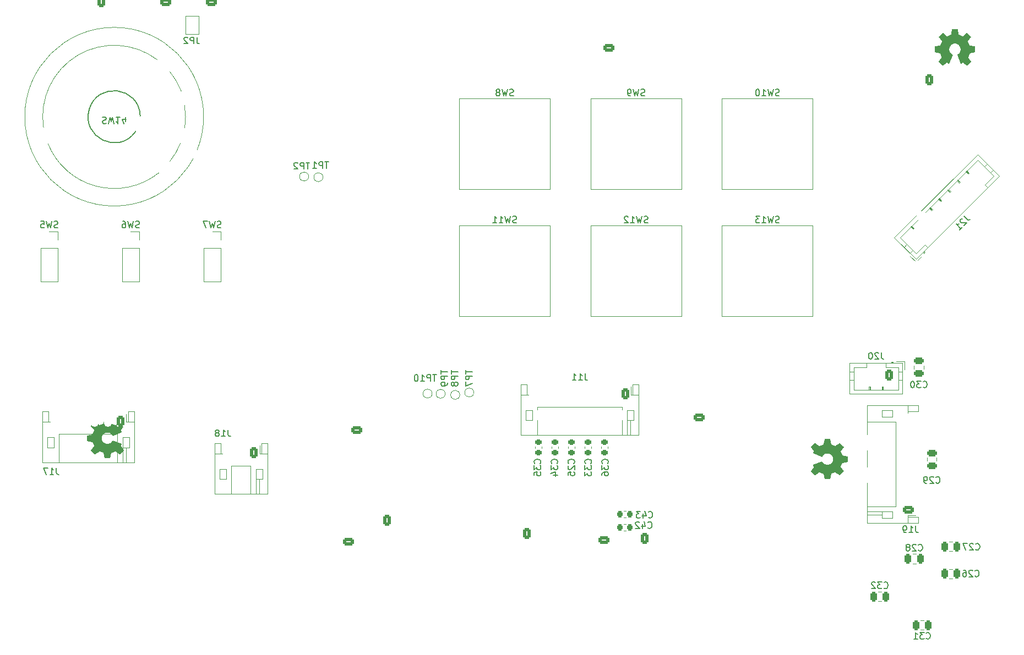
<source format=gbo>
%TF.GenerationSoftware,KiCad,Pcbnew,(6.0.9)*%
%TF.CreationDate,2022-11-09T20:57:25+01:00*%
%TF.ProjectId,libre-MIG,6c696272-652d-44d4-9947-2e6b69636164,v0.1*%
%TF.SameCoordinates,Original*%
%TF.FileFunction,Legend,Bot*%
%TF.FilePolarity,Positive*%
%FSLAX46Y46*%
G04 Gerber Fmt 4.6, Leading zero omitted, Abs format (unit mm)*
G04 Created by KiCad (PCBNEW (6.0.9)) date 2022-11-09 20:57:25*
%MOMM*%
%LPD*%
G01*
G04 APERTURE LIST*
G04 Aperture macros list*
%AMRoundRect*
0 Rectangle with rounded corners*
0 $1 Rounding radius*
0 $2 $3 $4 $5 $6 $7 $8 $9 X,Y pos of 4 corners*
0 Add a 4 corners polygon primitive as box body*
4,1,4,$2,$3,$4,$5,$6,$7,$8,$9,$2,$3,0*
0 Add four circle primitives for the rounded corners*
1,1,$1+$1,$2,$3*
1,1,$1+$1,$4,$5*
1,1,$1+$1,$6,$7*
1,1,$1+$1,$8,$9*
0 Add four rect primitives between the rounded corners*
20,1,$1+$1,$2,$3,$4,$5,0*
20,1,$1+$1,$4,$5,$6,$7,0*
20,1,$1+$1,$6,$7,$8,$9,0*
20,1,$1+$1,$8,$9,$2,$3,0*%
%AMHorizOval*
0 Thick line with rounded ends*
0 $1 width*
0 $2 $3 position (X,Y) of the first rounded end (center of the circle)*
0 $4 $5 position (X,Y) of the second rounded end (center of the circle)*
0 Add line between two ends*
20,1,$1,$2,$3,$4,$5,0*
0 Add two circle primitives to create the rounded ends*
1,1,$1,$2,$3*
1,1,$1,$4,$5*%
%AMFreePoly0*
4,1,6,0.500000,-0.750000,-0.650000,-0.750000,-0.150000,0.000000,-0.650000,0.750000,0.500000,0.750000,0.500000,-0.750000,0.500000,-0.750000,$1*%
%AMFreePoly1*
4,1,6,1.000000,0.000000,0.500000,-0.750000,-0.500000,-0.750000,-0.500000,0.750000,0.500000,0.750000,1.000000,0.000000,1.000000,0.000000,$1*%
G04 Aperture macros list end*
%ADD10C,0.000000*%
%ADD11C,0.150000*%
%ADD12C,0.120000*%
%ADD13C,0.200000*%
%ADD14C,0.500000*%
%ADD15C,3.200000*%
%ADD16O,3.000000X2.500000*%
%ADD17O,1.750000X1.200000*%
%ADD18RoundRect,0.250000X0.625000X-0.350000X0.625000X0.350000X-0.625000X0.350000X-0.625000X-0.350000X0*%
%ADD19O,1.000000X1.600000*%
%ADD20O,1.000000X2.100000*%
%ADD21C,0.650000*%
%ADD22RoundRect,0.250000X-0.625000X0.350000X-0.625000X-0.350000X0.625000X-0.350000X0.625000X0.350000X0*%
%ADD23O,1.500000X3.000000*%
%ADD24O,1.600000X1.600000*%
%ADD25R,1.600000X1.600000*%
%ADD26C,2.000000*%
%ADD27O,1.700000X1.700000*%
%ADD28R,1.700000X1.700000*%
%ADD29O,1.200000X1.750000*%
%ADD30RoundRect,0.250000X-0.350000X-0.625000X0.350000X-0.625000X0.350000X0.625000X-0.350000X0.625000X0*%
%ADD31C,1.500000*%
%ADD32C,1.000000*%
%ADD33C,0.750000*%
%ADD34C,1.524000*%
%ADD35C,1.600000*%
%ADD36R,2.200000X8.000000*%
%ADD37C,3.500000*%
%ADD38C,4.000000*%
%ADD39RoundRect,0.250000X0.350000X0.625000X-0.350000X0.625000X-0.350000X-0.625000X0.350000X-0.625000X0*%
%ADD40C,2.200000*%
%ADD41C,1.700000*%
%ADD42RoundRect,0.250000X0.194454X-0.689429X0.689429X-0.194454X-0.194454X0.689429X-0.689429X0.194454X0*%
%ADD43HorizOval,1.200000X-0.194454X0.194454X0.194454X-0.194454X0*%
%ADD44RoundRect,0.225000X-0.250000X0.225000X-0.250000X-0.225000X0.250000X-0.225000X0.250000X0.225000X0*%
%ADD45RoundRect,0.250000X0.250000X0.475000X-0.250000X0.475000X-0.250000X-0.475000X0.250000X-0.475000X0*%
%ADD46RoundRect,0.250000X-0.475000X0.250000X-0.475000X-0.250000X0.475000X-0.250000X0.475000X0.250000X0*%
%ADD47FreePoly0,270.000000*%
%ADD48FreePoly1,270.000000*%
%ADD49RoundRect,0.250000X-0.250000X-0.475000X0.250000X-0.475000X0.250000X0.475000X-0.250000X0.475000X0*%
%ADD50RoundRect,0.225000X-0.225000X-0.250000X0.225000X-0.250000X0.225000X0.250000X-0.225000X0.250000X0*%
G04 APERTURE END LIST*
D10*
G36*
X262793826Y-111568014D02*
G01*
X262795971Y-111568132D01*
X262798046Y-111568328D01*
X262800051Y-111568603D01*
X262801985Y-111568956D01*
X262803849Y-111569388D01*
X262805643Y-111569898D01*
X262807366Y-111570486D01*
X262809019Y-111571154D01*
X262810601Y-111571899D01*
X262812113Y-111572724D01*
X262813555Y-111573626D01*
X262814927Y-111574607D01*
X262816228Y-111575667D01*
X262817459Y-111576805D01*
X262818619Y-111578022D01*
X262819709Y-111579317D01*
X262820729Y-111580690D01*
X262821678Y-111582142D01*
X262822557Y-111583673D01*
X262823366Y-111585282D01*
X262824105Y-111586969D01*
X262824773Y-111588735D01*
X262825370Y-111590579D01*
X262825898Y-111592502D01*
X262826355Y-111594503D01*
X262826742Y-111596583D01*
X262827058Y-111598741D01*
X262827480Y-111603293D01*
X262827621Y-111608159D01*
X262978862Y-112404656D01*
X262978897Y-112407128D01*
X262979003Y-112409522D01*
X262979179Y-112411837D01*
X262979425Y-112414073D01*
X262979741Y-112416232D01*
X262980128Y-112418311D01*
X262980585Y-112420313D01*
X262981113Y-112422235D01*
X262981711Y-112424080D01*
X262982379Y-112425846D01*
X262983117Y-112427533D01*
X262983926Y-112429142D01*
X262984806Y-112430672D01*
X262985755Y-112432124D01*
X262986775Y-112433498D01*
X262987865Y-112434793D01*
X262989026Y-112436010D01*
X262990257Y-112437148D01*
X262991558Y-112438207D01*
X262992929Y-112439188D01*
X262994371Y-112440091D01*
X262995883Y-112440915D01*
X262997466Y-112441661D01*
X262999119Y-112442328D01*
X263000842Y-112442917D01*
X263002635Y-112443427D01*
X263004499Y-112443859D01*
X263006433Y-112444212D01*
X263008438Y-112444487D01*
X263010512Y-112444683D01*
X263012657Y-112444801D01*
X263014873Y-112444840D01*
X263540614Y-112671368D01*
X263598228Y-112671368D01*
X264253604Y-112196393D01*
X264258036Y-112196464D01*
X264262326Y-112196678D01*
X264266476Y-112197035D01*
X264270486Y-112197534D01*
X264274354Y-112198176D01*
X264278082Y-112198961D01*
X264281669Y-112199889D01*
X264285115Y-112200959D01*
X264288421Y-112202172D01*
X264291586Y-112203527D01*
X264294610Y-112205026D01*
X264297494Y-112206667D01*
X264300236Y-112208450D01*
X264302838Y-112210377D01*
X264305300Y-112212446D01*
X264307620Y-112214657D01*
X264872974Y-112766358D01*
X264872974Y-112824818D01*
X264422855Y-113489785D01*
X264422855Y-113548245D01*
X264646114Y-114099946D01*
X264650558Y-114104370D01*
X264654891Y-114108510D01*
X264659110Y-114112363D01*
X264663218Y-114115932D01*
X264667212Y-114119214D01*
X264671094Y-114122212D01*
X264674864Y-114124923D01*
X264678521Y-114127349D01*
X264682065Y-114129490D01*
X264685497Y-114131345D01*
X264688817Y-114132915D01*
X264692024Y-114134200D01*
X264695118Y-114135198D01*
X264698100Y-114135912D01*
X264700970Y-114136340D01*
X264702362Y-114136447D01*
X264703727Y-114136483D01*
X265452728Y-114268014D01*
X265454943Y-114268053D01*
X265457088Y-114268171D01*
X265459163Y-114268367D01*
X265461167Y-114268642D01*
X265463101Y-114268995D01*
X265464965Y-114269427D01*
X265466758Y-114269937D01*
X265468481Y-114270526D01*
X265470134Y-114271193D01*
X265471716Y-114271939D01*
X265473228Y-114272763D01*
X265474670Y-114273666D01*
X265476041Y-114274647D01*
X265477342Y-114275707D01*
X265478573Y-114276845D01*
X265479733Y-114278062D01*
X265480823Y-114279357D01*
X265481843Y-114280731D01*
X265482792Y-114282183D01*
X265483671Y-114283714D01*
X265484480Y-114285324D01*
X265485218Y-114287012D01*
X265485886Y-114288778D01*
X265486484Y-114290623D01*
X265487012Y-114292546D01*
X265487469Y-114294548D01*
X265487855Y-114296629D01*
X265488172Y-114298788D01*
X265488594Y-114303341D01*
X265488734Y-114308209D01*
X265488734Y-115104706D01*
X265488699Y-115107178D01*
X265488594Y-115109572D01*
X265488418Y-115111887D01*
X265488172Y-115114124D01*
X265487855Y-115116282D01*
X265487469Y-115118362D01*
X265487012Y-115120363D01*
X265486484Y-115122286D01*
X265485886Y-115124130D01*
X265485218Y-115125896D01*
X265484480Y-115127583D01*
X265483671Y-115129192D01*
X265482792Y-115130723D01*
X265481843Y-115132175D01*
X265480823Y-115133548D01*
X265479733Y-115134843D01*
X265478573Y-115136060D01*
X265477342Y-115137198D01*
X265476041Y-115138258D01*
X265474670Y-115139239D01*
X265473228Y-115140141D01*
X265471716Y-115140966D01*
X265470134Y-115141711D01*
X265468481Y-115142379D01*
X265466758Y-115142967D01*
X265464965Y-115143477D01*
X265463101Y-115143909D01*
X265461167Y-115144262D01*
X265459163Y-115144537D01*
X265457088Y-115144733D01*
X265454943Y-115144851D01*
X265452728Y-115144890D01*
X264721732Y-115298348D01*
X264719517Y-115298384D01*
X264717371Y-115298491D01*
X264715296Y-115298669D01*
X264713292Y-115298919D01*
X264711357Y-115299240D01*
X264709493Y-115299632D01*
X264707700Y-115300096D01*
X264705977Y-115300631D01*
X264704324Y-115301238D01*
X264702741Y-115301916D01*
X264701229Y-115302665D01*
X264699787Y-115303485D01*
X264698416Y-115304377D01*
X264697115Y-115305341D01*
X264695884Y-115306375D01*
X264694723Y-115307481D01*
X264693633Y-115308659D01*
X264692613Y-115309908D01*
X264691664Y-115311228D01*
X264690785Y-115312619D01*
X264689976Y-115314082D01*
X264689238Y-115315616D01*
X264688570Y-115317222D01*
X264687972Y-115318899D01*
X264687444Y-115320648D01*
X264686987Y-115322467D01*
X264686601Y-115324358D01*
X264686284Y-115326321D01*
X264686038Y-115328355D01*
X264685862Y-115330460D01*
X264685722Y-115334885D01*
X264440860Y-115923119D01*
X264440860Y-115981576D01*
X264872970Y-116610009D01*
X264872970Y-116646546D01*
X264307620Y-117216515D01*
X264306041Y-117218284D01*
X264304455Y-117219940D01*
X264302862Y-117221481D01*
X264301261Y-117222908D01*
X264299654Y-117224220D01*
X264298040Y-117225419D01*
X264296418Y-117226503D01*
X264294790Y-117227474D01*
X264293155Y-117228330D01*
X264291512Y-117229072D01*
X264289863Y-117229699D01*
X264288206Y-117230213D01*
X264286543Y-117230613D01*
X264284873Y-117230898D01*
X264283195Y-117231069D01*
X264281511Y-117231126D01*
X264279819Y-117231069D01*
X264278120Y-117230898D01*
X264276415Y-117230613D01*
X264274702Y-117230213D01*
X264272983Y-117229699D01*
X264271256Y-117229072D01*
X264269523Y-117228330D01*
X264267782Y-117227474D01*
X264266034Y-117226503D01*
X264264280Y-117225419D01*
X264262518Y-117224220D01*
X264260749Y-117222908D01*
X264258973Y-117221481D01*
X264257191Y-117219940D01*
X264255401Y-117218284D01*
X264253604Y-117216515D01*
X263652244Y-116800000D01*
X263598235Y-116800000D01*
X263335384Y-116949799D01*
X263330516Y-116949728D01*
X263325818Y-116949514D01*
X263321288Y-116949157D01*
X263316927Y-116948657D01*
X263312735Y-116948015D01*
X263308712Y-116947229D01*
X263304858Y-116946302D01*
X263301172Y-116945231D01*
X263297655Y-116944018D01*
X263294307Y-116942662D01*
X263291128Y-116941163D01*
X263288118Y-116939522D01*
X263285277Y-116937738D01*
X263282605Y-116935812D01*
X263280101Y-116933742D01*
X263277766Y-116931531D01*
X262734023Y-115583333D01*
X262734108Y-115578394D01*
X262734361Y-115573627D01*
X262734783Y-115569031D01*
X262735373Y-115564607D01*
X262736132Y-115560353D01*
X262737060Y-115556271D01*
X262738157Y-115552360D01*
X262739423Y-115548621D01*
X262740857Y-115545053D01*
X262742461Y-115541656D01*
X262744233Y-115538430D01*
X262746174Y-115535376D01*
X262748283Y-115532493D01*
X262750562Y-115529781D01*
X262753010Y-115527241D01*
X262755626Y-115524872D01*
X262827644Y-115488335D01*
X262842044Y-115477372D01*
X262845587Y-115473717D01*
X262849018Y-115470063D01*
X262852336Y-115466408D01*
X262855543Y-115462755D01*
X262858637Y-115459101D01*
X262861619Y-115455448D01*
X262864490Y-115451796D01*
X262867248Y-115448144D01*
X262914777Y-115417060D01*
X262959241Y-115384092D01*
X263000638Y-115349240D01*
X263038968Y-115312505D01*
X263074232Y-115273885D01*
X263106429Y-115233381D01*
X263135560Y-115190993D01*
X263161625Y-115146721D01*
X263184623Y-115100566D01*
X263204554Y-115052526D01*
X263221420Y-115002602D01*
X263235218Y-114950794D01*
X263245951Y-114897103D01*
X263253617Y-114841527D01*
X263258216Y-114784068D01*
X263259750Y-114724724D01*
X263258765Y-114679025D01*
X263255811Y-114634182D01*
X263250888Y-114590195D01*
X263243995Y-114547065D01*
X263235134Y-114504791D01*
X263224302Y-114463373D01*
X263211502Y-114422812D01*
X263196732Y-114383107D01*
X263179993Y-114344258D01*
X263161285Y-114306266D01*
X263140607Y-114269130D01*
X263117960Y-114232850D01*
X263093344Y-114197427D01*
X263066758Y-114162860D01*
X263038203Y-114129149D01*
X263007678Y-114096295D01*
X262975340Y-114064439D01*
X262942243Y-114034638D01*
X262908386Y-114006892D01*
X262873769Y-113981202D01*
X262838393Y-113957567D01*
X262802258Y-113935988D01*
X262765362Y-113916464D01*
X262727708Y-113898995D01*
X262689293Y-113883581D01*
X262650119Y-113870222D01*
X262610185Y-113858919D01*
X262569492Y-113849671D01*
X262528038Y-113842478D01*
X262485825Y-113837340D01*
X262442852Y-113834257D01*
X262399120Y-113833230D01*
X262353671Y-113834257D01*
X262309151Y-113837340D01*
X262265559Y-113842478D01*
X262222896Y-113849671D01*
X262181161Y-113858919D01*
X262140354Y-113870222D01*
X262100476Y-113883581D01*
X262061527Y-113898995D01*
X262023506Y-113916464D01*
X261986413Y-113935988D01*
X261950249Y-113957567D01*
X261915014Y-113981202D01*
X261880706Y-114006892D01*
X261847327Y-114034638D01*
X261814877Y-114064439D01*
X261783355Y-114096295D01*
X261753268Y-114129149D01*
X261725122Y-114162860D01*
X261698916Y-114197427D01*
X261674653Y-114232850D01*
X261652330Y-114269130D01*
X261631948Y-114306266D01*
X261613507Y-114344258D01*
X261597008Y-114383107D01*
X261582450Y-114422812D01*
X261569832Y-114463373D01*
X261559156Y-114504791D01*
X261550421Y-114547065D01*
X261543627Y-114590195D01*
X261538775Y-114634182D01*
X261535863Y-114679025D01*
X261534892Y-114724724D01*
X261536440Y-114784067D01*
X261538374Y-114813032D01*
X261541081Y-114841526D01*
X261544563Y-114869549D01*
X261548818Y-114897101D01*
X261553846Y-114924182D01*
X261559649Y-114950792D01*
X261566225Y-114976931D01*
X261573574Y-115002600D01*
X261581698Y-115027797D01*
X261590594Y-115052523D01*
X261600265Y-115076778D01*
X261610709Y-115100563D01*
X261621927Y-115123876D01*
X261633918Y-115146719D01*
X261646684Y-115169090D01*
X261660222Y-115190990D01*
X261674535Y-115212420D01*
X261689621Y-115233378D01*
X261705481Y-115253866D01*
X261722114Y-115273882D01*
X261739521Y-115293428D01*
X261757702Y-115312503D01*
X261776656Y-115331106D01*
X261796384Y-115349239D01*
X261816886Y-115366900D01*
X261838161Y-115384091D01*
X261860210Y-115400811D01*
X261883033Y-115417059D01*
X261906629Y-115432837D01*
X261930999Y-115448144D01*
X261934542Y-115451798D01*
X261937973Y-115455453D01*
X261941291Y-115459107D01*
X261944498Y-115462761D01*
X261947592Y-115466414D01*
X261950574Y-115470067D01*
X261953444Y-115473719D01*
X261956203Y-115477372D01*
X261967010Y-115488335D01*
X262042628Y-115524872D01*
X262044808Y-115527241D01*
X262046848Y-115529781D01*
X262048747Y-115532493D01*
X262050505Y-115535375D01*
X262052122Y-115538429D01*
X262053599Y-115541655D01*
X262054936Y-115545051D01*
X262056132Y-115548619D01*
X262057187Y-115552359D01*
X262058101Y-115556269D01*
X262058875Y-115560352D01*
X262059508Y-115564605D01*
X262060001Y-115569030D01*
X262060352Y-115573626D01*
X262060563Y-115578394D01*
X262060634Y-115583333D01*
X261498885Y-116931531D01*
X261498847Y-116932654D01*
X261498731Y-116933742D01*
X261498537Y-116934795D01*
X261498266Y-116935812D01*
X261497918Y-116936793D01*
X261497493Y-116937738D01*
X261496990Y-116938648D01*
X261496410Y-116939522D01*
X261495752Y-116940360D01*
X261495017Y-116941163D01*
X261493315Y-116942662D01*
X261491303Y-116944018D01*
X261488982Y-116945231D01*
X261486352Y-116946302D01*
X261483412Y-116947229D01*
X261480162Y-116948015D01*
X261476603Y-116948657D01*
X261472734Y-116949157D01*
X261468555Y-116949514D01*
X261464067Y-116949728D01*
X261459270Y-116949799D01*
X261200000Y-116800000D01*
X261142383Y-116800000D01*
X260541030Y-117216527D01*
X260539451Y-117218296D01*
X260537864Y-117219951D01*
X260536270Y-117221492D01*
X260534670Y-117222919D01*
X260533062Y-117224232D01*
X260531448Y-117225430D01*
X260529826Y-117226515D01*
X260528198Y-117227485D01*
X260526562Y-117228341D01*
X260524920Y-117229083D01*
X260523270Y-117229711D01*
X260521614Y-117230225D01*
X260519950Y-117230624D01*
X260518280Y-117230910D01*
X260516602Y-117231081D01*
X260514918Y-117231138D01*
X260513226Y-117231081D01*
X260511528Y-117230910D01*
X260509822Y-117230624D01*
X260508110Y-117230225D01*
X260506390Y-117229711D01*
X260504664Y-117229083D01*
X260502930Y-117228341D01*
X260501190Y-117227485D01*
X260499442Y-117226515D01*
X260497688Y-117225430D01*
X260495926Y-117224232D01*
X260494158Y-117222919D01*
X260492382Y-117221492D01*
X260490600Y-117219951D01*
X260488810Y-117218296D01*
X260487014Y-117216527D01*
X259925265Y-116646557D01*
X259925265Y-116610020D01*
X260353774Y-115981587D01*
X260353774Y-115923131D01*
X260112510Y-115334889D01*
X260112471Y-115332641D01*
X260112355Y-115330464D01*
X260112162Y-115328359D01*
X260111891Y-115326325D01*
X260111543Y-115324362D01*
X260111117Y-115322471D01*
X260110615Y-115320651D01*
X260110034Y-115318903D01*
X260109377Y-115317226D01*
X260108642Y-115315620D01*
X260107829Y-115314086D01*
X260106940Y-115312623D01*
X260105973Y-115311232D01*
X260104928Y-115309911D01*
X260103806Y-115308663D01*
X260102607Y-115307485D01*
X260101330Y-115306379D01*
X260099976Y-115305344D01*
X260098545Y-115304381D01*
X260097036Y-115303489D01*
X260095450Y-115302669D01*
X260093786Y-115301919D01*
X260092046Y-115301242D01*
X260090227Y-115300635D01*
X260088331Y-115300100D01*
X260086358Y-115299636D01*
X260084308Y-115299244D01*
X260082180Y-115298923D01*
X260077692Y-115298495D01*
X260072894Y-115298352D01*
X259341903Y-115144894D01*
X259339687Y-115144855D01*
X259337542Y-115144737D01*
X259335467Y-115144541D01*
X259333462Y-115144266D01*
X259331528Y-115143913D01*
X259329664Y-115143482D01*
X259327870Y-115142971D01*
X259326147Y-115142383D01*
X259324494Y-115141716D01*
X259322912Y-115140970D01*
X259321400Y-115140146D01*
X259319958Y-115139244D01*
X259318586Y-115138263D01*
X259317285Y-115137203D01*
X259316054Y-115136065D01*
X259314894Y-115134849D01*
X259313804Y-115133554D01*
X259312784Y-115132180D01*
X259311835Y-115130728D01*
X259310956Y-115129198D01*
X259310147Y-115127589D01*
X259309408Y-115125902D01*
X259308740Y-115124136D01*
X259308142Y-115122291D01*
X259307615Y-115120368D01*
X259307158Y-115118367D01*
X259306771Y-115116287D01*
X259306455Y-115114129D01*
X259306033Y-115109576D01*
X259305892Y-115104710D01*
X259305892Y-114308217D01*
X259305927Y-114305743D01*
X259306033Y-114303348D01*
X259306209Y-114301032D01*
X259306455Y-114298794D01*
X259306771Y-114296635D01*
X259307158Y-114294554D01*
X259307615Y-114292552D01*
X259308142Y-114290628D01*
X259308740Y-114288783D01*
X259309408Y-114287017D01*
X259310147Y-114285329D01*
X259310956Y-114283719D01*
X259311835Y-114282188D01*
X259312784Y-114280736D01*
X259313804Y-114279362D01*
X259314894Y-114278066D01*
X259316054Y-114276849D01*
X259317285Y-114275711D01*
X259318586Y-114274651D01*
X259319958Y-114273670D01*
X259321400Y-114272767D01*
X259322912Y-114271943D01*
X259324494Y-114271197D01*
X259326147Y-114270529D01*
X259327870Y-114269941D01*
X259329664Y-114269430D01*
X259331528Y-114268999D01*
X259333462Y-114268645D01*
X259335467Y-114268371D01*
X259337542Y-114268174D01*
X259339687Y-114268057D01*
X259341903Y-114268017D01*
X260090884Y-114136483D01*
X260093322Y-114136447D01*
X260095682Y-114136340D01*
X260097965Y-114136162D01*
X260100170Y-114135912D01*
X260102298Y-114135591D01*
X260104348Y-114135198D01*
X260106322Y-114134735D01*
X260108217Y-114134200D01*
X260110036Y-114133593D01*
X260111777Y-114132915D01*
X260113440Y-114132166D01*
X260115026Y-114131345D01*
X260116535Y-114130453D01*
X260117966Y-114129490D01*
X260119320Y-114128455D01*
X260120597Y-114127349D01*
X260121796Y-114126172D01*
X260122918Y-114124923D01*
X260123963Y-114123603D01*
X260124930Y-114122212D01*
X260125819Y-114120749D01*
X260126632Y-114119214D01*
X260127367Y-114117609D01*
X260128024Y-114115932D01*
X260128605Y-114114183D01*
X260129108Y-114112363D01*
X260129533Y-114110472D01*
X260129881Y-114108510D01*
X260130152Y-114106476D01*
X260130345Y-114104370D01*
X260130461Y-114102194D01*
X260130500Y-114099946D01*
X260375365Y-113548245D01*
X260375365Y-113489785D01*
X259925246Y-112824818D01*
X259925246Y-112766358D01*
X260486995Y-112214657D01*
X260489315Y-112212446D01*
X260491777Y-112210377D01*
X260494379Y-112208450D01*
X260497122Y-112206667D01*
X260500005Y-112205026D01*
X260503029Y-112203527D01*
X260506194Y-112202172D01*
X260509500Y-112200959D01*
X260512946Y-112199889D01*
X260516533Y-112198961D01*
X260520261Y-112198176D01*
X260524130Y-112197534D01*
X260528139Y-112197035D01*
X260532289Y-112196678D01*
X260536580Y-112196464D01*
X260541011Y-112196393D01*
X261199989Y-112671368D01*
X261253997Y-112671368D01*
X261779739Y-112444840D01*
X261781954Y-112444801D01*
X261784100Y-112444683D01*
X261786175Y-112444487D01*
X261788179Y-112444212D01*
X261790114Y-112443859D01*
X261791978Y-112443427D01*
X261793771Y-112442917D01*
X261795494Y-112442328D01*
X261797147Y-112441661D01*
X261798730Y-112440915D01*
X261800242Y-112440091D01*
X261801684Y-112439188D01*
X261803055Y-112438207D01*
X261804356Y-112437148D01*
X261805587Y-112436010D01*
X261806748Y-112434793D01*
X261807838Y-112433498D01*
X261808857Y-112432124D01*
X261809807Y-112430672D01*
X261810686Y-112429142D01*
X261811495Y-112427533D01*
X261812233Y-112425846D01*
X261812901Y-112424080D01*
X261813499Y-112422235D01*
X261814026Y-112420313D01*
X261814484Y-112418311D01*
X261814870Y-112416232D01*
X261815187Y-112414073D01*
X261815609Y-112409522D01*
X261815749Y-112404656D01*
X261966991Y-111608159D01*
X261967026Y-111605687D01*
X261967131Y-111603293D01*
X261967307Y-111600978D01*
X261967553Y-111598741D01*
X261967870Y-111596583D01*
X261968256Y-111594503D01*
X261968714Y-111592502D01*
X261969241Y-111590579D01*
X261969839Y-111588735D01*
X261970507Y-111586969D01*
X261971245Y-111585282D01*
X261972054Y-111583673D01*
X261972933Y-111582142D01*
X261973883Y-111580690D01*
X261974902Y-111579317D01*
X261975992Y-111578022D01*
X261977153Y-111576805D01*
X261978384Y-111575667D01*
X261979685Y-111574607D01*
X261981056Y-111573626D01*
X261982498Y-111572724D01*
X261984010Y-111571899D01*
X261985593Y-111571154D01*
X261987246Y-111570486D01*
X261988969Y-111569898D01*
X261990762Y-111569388D01*
X261992626Y-111568956D01*
X261994561Y-111568603D01*
X261996565Y-111568328D01*
X261998640Y-111568132D01*
X262000786Y-111568014D01*
X262003001Y-111567975D01*
X262791610Y-111567975D01*
X262793826Y-111568014D01*
G37*
G36*
X132439950Y-171480101D02*
G01*
X132442344Y-171480206D01*
X132444659Y-171480382D01*
X132446896Y-171480628D01*
X132449054Y-171480945D01*
X132451134Y-171481331D01*
X132453135Y-171481788D01*
X132455058Y-171482316D01*
X132456902Y-171482914D01*
X132458668Y-171483582D01*
X132460355Y-171484320D01*
X132461964Y-171485129D01*
X132463495Y-171486008D01*
X132464947Y-171486957D01*
X132466320Y-171487977D01*
X132467615Y-171489067D01*
X132468832Y-171490227D01*
X132469970Y-171491458D01*
X132471030Y-171492759D01*
X132472011Y-171494130D01*
X132472913Y-171495572D01*
X132473738Y-171497084D01*
X132474483Y-171498666D01*
X132475151Y-171500319D01*
X132475739Y-171502042D01*
X132476249Y-171503835D01*
X132476681Y-171505699D01*
X132477034Y-171507633D01*
X132477309Y-171509637D01*
X132477505Y-171511712D01*
X132477623Y-171513857D01*
X132477662Y-171516072D01*
X132631120Y-172247068D01*
X132631156Y-172249283D01*
X132631263Y-172251429D01*
X132631441Y-172253504D01*
X132631691Y-172255508D01*
X132632012Y-172257443D01*
X132632404Y-172259307D01*
X132632868Y-172261100D01*
X132633403Y-172262823D01*
X132634010Y-172264476D01*
X132634688Y-172266059D01*
X132635437Y-172267571D01*
X132636257Y-172269013D01*
X132637149Y-172270384D01*
X132638113Y-172271685D01*
X132639147Y-172272916D01*
X132640253Y-172274077D01*
X132641431Y-172275167D01*
X132642680Y-172276187D01*
X132644000Y-172277136D01*
X132645391Y-172278015D01*
X132646854Y-172278824D01*
X132648388Y-172279562D01*
X132649994Y-172280230D01*
X132651671Y-172280828D01*
X132653420Y-172281356D01*
X132655239Y-172281813D01*
X132657130Y-172282199D01*
X132659093Y-172282516D01*
X132661127Y-172282762D01*
X132663232Y-172282938D01*
X132667657Y-172283078D01*
X133255891Y-172527940D01*
X133314348Y-172527940D01*
X133942781Y-172095830D01*
X133979318Y-172095830D01*
X134549287Y-172661180D01*
X134551056Y-172662759D01*
X134552712Y-172664345D01*
X134554253Y-172665938D01*
X134555680Y-172667539D01*
X134556992Y-172669146D01*
X134558191Y-172670760D01*
X134559275Y-172672382D01*
X134560246Y-172674010D01*
X134561102Y-172675645D01*
X134561844Y-172677288D01*
X134562471Y-172678937D01*
X134562985Y-172680594D01*
X134563385Y-172682257D01*
X134563670Y-172683927D01*
X134563841Y-172685605D01*
X134563898Y-172687289D01*
X134563841Y-172688981D01*
X134563670Y-172690680D01*
X134563385Y-172692385D01*
X134562985Y-172694098D01*
X134562471Y-172695817D01*
X134561844Y-172697544D01*
X134561102Y-172699277D01*
X134560246Y-172701018D01*
X134559275Y-172702766D01*
X134558191Y-172704520D01*
X134556992Y-172706282D01*
X134555680Y-172708051D01*
X134554253Y-172709827D01*
X134552712Y-172711609D01*
X134551056Y-172713399D01*
X134549287Y-172715196D01*
X134132772Y-173316556D01*
X134132772Y-173370565D01*
X134282571Y-173633416D01*
X134282500Y-173638284D01*
X134282286Y-173642982D01*
X134281929Y-173647512D01*
X134281429Y-173651873D01*
X134280787Y-173656065D01*
X134280001Y-173660088D01*
X134279074Y-173663942D01*
X134278003Y-173667628D01*
X134276790Y-173671145D01*
X134275434Y-173674493D01*
X134273935Y-173677672D01*
X134272294Y-173680682D01*
X134270510Y-173683523D01*
X134268584Y-173686195D01*
X134266514Y-173688699D01*
X134264303Y-173691034D01*
X132916105Y-174234777D01*
X132911166Y-174234692D01*
X132906399Y-174234439D01*
X132901803Y-174234017D01*
X132897379Y-174233427D01*
X132893125Y-174232668D01*
X132889043Y-174231740D01*
X132885132Y-174230643D01*
X132881393Y-174229377D01*
X132877825Y-174227943D01*
X132874428Y-174226339D01*
X132871202Y-174224567D01*
X132868148Y-174222626D01*
X132865265Y-174220517D01*
X132862553Y-174218238D01*
X132860013Y-174215790D01*
X132857644Y-174213174D01*
X132821107Y-174141156D01*
X132810144Y-174126756D01*
X132806489Y-174123213D01*
X132802835Y-174119782D01*
X132799180Y-174116464D01*
X132795527Y-174113257D01*
X132791873Y-174110163D01*
X132788220Y-174107181D01*
X132784568Y-174104310D01*
X132780916Y-174101552D01*
X132749832Y-174054023D01*
X132716864Y-174009559D01*
X132682012Y-173968162D01*
X132645277Y-173929832D01*
X132606657Y-173894568D01*
X132566153Y-173862371D01*
X132523765Y-173833240D01*
X132479493Y-173807175D01*
X132433338Y-173784177D01*
X132385298Y-173764246D01*
X132335374Y-173747380D01*
X132283566Y-173733582D01*
X132229875Y-173722849D01*
X132174299Y-173715183D01*
X132116840Y-173710584D01*
X132057496Y-173709050D01*
X132011797Y-173710035D01*
X131966954Y-173712989D01*
X131922967Y-173717912D01*
X131879837Y-173724805D01*
X131837563Y-173733666D01*
X131796145Y-173744498D01*
X131755584Y-173757298D01*
X131715879Y-173772068D01*
X131677030Y-173788807D01*
X131639038Y-173807515D01*
X131601902Y-173828193D01*
X131565622Y-173850840D01*
X131530199Y-173875456D01*
X131495632Y-173902042D01*
X131461921Y-173930597D01*
X131429067Y-173961122D01*
X131397211Y-173993460D01*
X131367410Y-174026557D01*
X131339664Y-174060414D01*
X131313974Y-174095031D01*
X131290339Y-174130407D01*
X131268760Y-174166542D01*
X131249236Y-174203438D01*
X131231767Y-174241092D01*
X131216353Y-174279507D01*
X131202994Y-174318681D01*
X131191691Y-174358615D01*
X131182443Y-174399308D01*
X131175250Y-174440762D01*
X131170112Y-174482975D01*
X131167029Y-174525948D01*
X131166002Y-174569680D01*
X131167029Y-174615129D01*
X131170112Y-174659649D01*
X131175250Y-174703241D01*
X131182443Y-174745904D01*
X131191691Y-174787639D01*
X131202994Y-174828446D01*
X131216353Y-174868324D01*
X131231767Y-174907273D01*
X131249236Y-174945294D01*
X131268760Y-174982387D01*
X131290339Y-175018551D01*
X131313974Y-175053786D01*
X131339664Y-175088094D01*
X131367410Y-175121473D01*
X131397211Y-175153923D01*
X131429067Y-175185445D01*
X131461921Y-175215532D01*
X131495632Y-175243678D01*
X131530199Y-175269884D01*
X131565622Y-175294147D01*
X131601902Y-175316470D01*
X131639038Y-175336852D01*
X131677030Y-175355293D01*
X131715879Y-175371792D01*
X131755584Y-175386350D01*
X131796145Y-175398968D01*
X131837563Y-175409644D01*
X131879837Y-175418379D01*
X131922967Y-175425173D01*
X131966954Y-175430025D01*
X132011797Y-175432937D01*
X132057496Y-175433908D01*
X132116839Y-175432360D01*
X132145804Y-175430426D01*
X132174298Y-175427719D01*
X132202321Y-175424237D01*
X132229873Y-175419982D01*
X132256954Y-175414954D01*
X132283564Y-175409151D01*
X132309703Y-175402575D01*
X132335372Y-175395226D01*
X132360569Y-175387102D01*
X132385295Y-175378206D01*
X132409550Y-175368535D01*
X132433335Y-175358091D01*
X132456648Y-175346873D01*
X132479491Y-175334882D01*
X132501862Y-175322116D01*
X132523762Y-175308578D01*
X132545192Y-175294265D01*
X132566150Y-175279179D01*
X132586638Y-175263319D01*
X132606654Y-175246686D01*
X132626200Y-175229279D01*
X132645275Y-175211098D01*
X132663878Y-175192144D01*
X132682011Y-175172416D01*
X132699672Y-175151914D01*
X132716863Y-175130639D01*
X132733583Y-175108590D01*
X132749831Y-175085767D01*
X132765609Y-175062171D01*
X132780916Y-175037801D01*
X132784570Y-175034258D01*
X132788225Y-175030827D01*
X132791879Y-175027509D01*
X132795533Y-175024302D01*
X132799186Y-175021208D01*
X132802839Y-175018226D01*
X132806491Y-175015356D01*
X132810144Y-175012597D01*
X132821107Y-175001790D01*
X132857644Y-174926172D01*
X132860013Y-174923992D01*
X132862553Y-174921952D01*
X132865265Y-174920053D01*
X132868147Y-174918295D01*
X132871201Y-174916678D01*
X132874427Y-174915201D01*
X132877823Y-174913864D01*
X132881391Y-174912668D01*
X132885131Y-174911613D01*
X132889041Y-174910699D01*
X132893124Y-174909925D01*
X132897377Y-174909292D01*
X132901802Y-174908799D01*
X132906398Y-174908448D01*
X132911166Y-174908237D01*
X132916105Y-174908166D01*
X134264303Y-175469915D01*
X134265426Y-175469953D01*
X134266514Y-175470069D01*
X134267567Y-175470263D01*
X134268584Y-175470534D01*
X134269565Y-175470882D01*
X134270510Y-175471307D01*
X134271420Y-175471810D01*
X134272294Y-175472390D01*
X134273132Y-175473048D01*
X134273935Y-175473783D01*
X134275434Y-175475485D01*
X134276790Y-175477497D01*
X134278003Y-175479818D01*
X134279074Y-175482448D01*
X134280001Y-175485388D01*
X134280787Y-175488638D01*
X134281429Y-175492197D01*
X134281929Y-175496066D01*
X134282286Y-175500245D01*
X134282500Y-175504733D01*
X134282571Y-175509530D01*
X134132772Y-175768800D01*
X134132772Y-175826417D01*
X134549299Y-176427770D01*
X134551068Y-176429349D01*
X134552723Y-176430936D01*
X134554264Y-176432530D01*
X134555691Y-176434130D01*
X134557004Y-176435738D01*
X134558202Y-176437352D01*
X134559287Y-176438974D01*
X134560257Y-176440602D01*
X134561113Y-176442238D01*
X134561855Y-176443880D01*
X134562483Y-176445530D01*
X134562997Y-176447186D01*
X134563396Y-176448850D01*
X134563682Y-176450520D01*
X134563853Y-176452198D01*
X134563910Y-176453882D01*
X134563853Y-176455574D01*
X134563682Y-176457272D01*
X134563396Y-176458978D01*
X134562997Y-176460690D01*
X134562483Y-176462410D01*
X134561855Y-176464136D01*
X134561113Y-176465870D01*
X134560257Y-176467610D01*
X134559287Y-176469358D01*
X134558202Y-176471112D01*
X134557004Y-176472874D01*
X134555691Y-176474642D01*
X134554264Y-176476418D01*
X134552723Y-176478200D01*
X134551068Y-176479990D01*
X134549299Y-176481786D01*
X133979329Y-177043535D01*
X133942792Y-177043535D01*
X133314359Y-176615026D01*
X133255903Y-176615026D01*
X132667661Y-176856290D01*
X132665413Y-176856329D01*
X132663236Y-176856445D01*
X132661131Y-176856638D01*
X132659097Y-176856909D01*
X132657134Y-176857257D01*
X132655243Y-176857683D01*
X132653423Y-176858185D01*
X132651675Y-176858766D01*
X132649998Y-176859423D01*
X132648392Y-176860158D01*
X132646858Y-176860971D01*
X132645395Y-176861860D01*
X132644004Y-176862827D01*
X132642683Y-176863872D01*
X132641435Y-176864994D01*
X132640257Y-176866193D01*
X132639151Y-176867470D01*
X132638116Y-176868824D01*
X132637153Y-176870255D01*
X132636261Y-176871764D01*
X132635441Y-176873350D01*
X132634691Y-176875014D01*
X132634014Y-176876754D01*
X132633407Y-176878573D01*
X132632872Y-176880469D01*
X132632408Y-176882442D01*
X132632016Y-176884492D01*
X132631695Y-176886620D01*
X132631267Y-176891108D01*
X132631124Y-176895906D01*
X132477666Y-177626897D01*
X132477627Y-177629113D01*
X132477509Y-177631258D01*
X132477313Y-177633333D01*
X132477038Y-177635338D01*
X132476685Y-177637272D01*
X132476254Y-177639136D01*
X132475743Y-177640930D01*
X132475155Y-177642653D01*
X132474488Y-177644306D01*
X132473742Y-177645888D01*
X132472918Y-177647400D01*
X132472016Y-177648842D01*
X132471035Y-177650214D01*
X132469975Y-177651515D01*
X132468837Y-177652746D01*
X132467621Y-177653906D01*
X132466326Y-177654996D01*
X132464952Y-177656016D01*
X132463500Y-177656965D01*
X132461970Y-177657844D01*
X132460361Y-177658653D01*
X132458674Y-177659392D01*
X132456908Y-177660060D01*
X132455063Y-177660658D01*
X132453140Y-177661185D01*
X132451139Y-177661642D01*
X132449059Y-177662029D01*
X132446901Y-177662345D01*
X132442348Y-177662767D01*
X132437482Y-177662908D01*
X131640989Y-177662908D01*
X131638515Y-177662873D01*
X131636120Y-177662767D01*
X131633804Y-177662591D01*
X131631566Y-177662345D01*
X131629407Y-177662029D01*
X131627326Y-177661642D01*
X131625324Y-177661185D01*
X131623400Y-177660658D01*
X131621555Y-177660060D01*
X131619789Y-177659392D01*
X131618101Y-177658653D01*
X131616491Y-177657844D01*
X131614960Y-177656965D01*
X131613508Y-177656016D01*
X131612134Y-177654996D01*
X131610838Y-177653906D01*
X131609621Y-177652746D01*
X131608483Y-177651515D01*
X131607423Y-177650214D01*
X131606442Y-177648842D01*
X131605539Y-177647400D01*
X131604715Y-177645888D01*
X131603969Y-177644306D01*
X131603301Y-177642653D01*
X131602713Y-177640930D01*
X131602202Y-177639136D01*
X131601771Y-177637272D01*
X131601417Y-177635338D01*
X131601143Y-177633333D01*
X131600946Y-177631258D01*
X131600829Y-177629113D01*
X131600789Y-177626897D01*
X131469255Y-176877916D01*
X131469219Y-176875478D01*
X131469112Y-176873118D01*
X131468934Y-176870835D01*
X131468684Y-176868630D01*
X131468363Y-176866502D01*
X131467970Y-176864452D01*
X131467507Y-176862478D01*
X131466972Y-176860583D01*
X131466365Y-176858764D01*
X131465687Y-176857023D01*
X131464938Y-176855360D01*
X131464117Y-176853774D01*
X131463225Y-176852265D01*
X131462262Y-176850834D01*
X131461227Y-176849480D01*
X131460121Y-176848203D01*
X131458944Y-176847004D01*
X131457695Y-176845882D01*
X131456375Y-176844837D01*
X131454984Y-176843870D01*
X131453521Y-176842981D01*
X131451986Y-176842168D01*
X131450381Y-176841433D01*
X131448704Y-176840776D01*
X131446955Y-176840195D01*
X131445135Y-176839692D01*
X131443244Y-176839267D01*
X131441282Y-176838919D01*
X131439248Y-176838648D01*
X131437142Y-176838455D01*
X131434966Y-176838339D01*
X131432718Y-176838300D01*
X130881017Y-176593435D01*
X130822557Y-176593435D01*
X130157590Y-177043554D01*
X130099130Y-177043554D01*
X129547429Y-176481805D01*
X129545218Y-176479485D01*
X129543149Y-176477023D01*
X129541222Y-176474421D01*
X129539439Y-176471678D01*
X129537798Y-176468795D01*
X129536299Y-176465771D01*
X129534944Y-176462606D01*
X129533731Y-176459300D01*
X129532661Y-176455854D01*
X129531733Y-176452267D01*
X129530948Y-176448539D01*
X129530306Y-176444670D01*
X129529807Y-176440661D01*
X129529450Y-176436511D01*
X129529236Y-176432220D01*
X129529165Y-176427789D01*
X130004140Y-175768811D01*
X130004140Y-175714803D01*
X129777612Y-175189061D01*
X129777573Y-175186846D01*
X129777455Y-175184700D01*
X129777259Y-175182625D01*
X129776984Y-175180621D01*
X129776631Y-175178686D01*
X129776199Y-175176822D01*
X129775689Y-175175029D01*
X129775100Y-175173306D01*
X129774433Y-175171653D01*
X129773687Y-175170070D01*
X129772863Y-175168558D01*
X129771960Y-175167116D01*
X129770979Y-175165745D01*
X129769920Y-175164444D01*
X129768782Y-175163213D01*
X129767565Y-175162052D01*
X129766270Y-175160962D01*
X129764896Y-175159943D01*
X129763444Y-175158993D01*
X129761914Y-175158114D01*
X129760305Y-175157305D01*
X129758618Y-175156567D01*
X129756852Y-175155899D01*
X129755007Y-175155301D01*
X129753085Y-175154774D01*
X129751083Y-175154316D01*
X129749004Y-175153930D01*
X129746845Y-175153613D01*
X129742294Y-175153191D01*
X129737428Y-175153051D01*
X128940931Y-175001809D01*
X128938459Y-175001774D01*
X128936065Y-175001669D01*
X128933750Y-175001493D01*
X128931513Y-175001247D01*
X128929355Y-175000930D01*
X128927275Y-175000544D01*
X128925274Y-175000086D01*
X128923351Y-174999559D01*
X128921507Y-174998961D01*
X128919741Y-174998293D01*
X128918054Y-174997555D01*
X128916445Y-174996746D01*
X128914914Y-174995867D01*
X128913462Y-174994917D01*
X128912089Y-174993898D01*
X128910794Y-174992808D01*
X128909577Y-174991647D01*
X128908439Y-174990416D01*
X128907379Y-174989115D01*
X128906398Y-174987744D01*
X128905496Y-174986302D01*
X128904671Y-174984790D01*
X128903926Y-174983207D01*
X128903258Y-174981554D01*
X128902670Y-174979831D01*
X128902160Y-174978038D01*
X128901728Y-174976174D01*
X128901375Y-174974239D01*
X128901100Y-174972235D01*
X128900904Y-174970160D01*
X128900786Y-174968014D01*
X128900747Y-174965799D01*
X128900747Y-174177190D01*
X128900786Y-174174974D01*
X128900904Y-174172829D01*
X128901100Y-174170754D01*
X128901375Y-174168749D01*
X128901728Y-174166815D01*
X128902160Y-174164951D01*
X128902670Y-174163157D01*
X128903258Y-174161434D01*
X128903926Y-174159781D01*
X128904671Y-174158199D01*
X128905496Y-174156687D01*
X128906398Y-174155245D01*
X128907379Y-174153873D01*
X128908439Y-174152572D01*
X128909577Y-174151341D01*
X128910794Y-174150181D01*
X128912089Y-174149091D01*
X128913462Y-174148071D01*
X128914914Y-174147122D01*
X128916445Y-174146243D01*
X128918054Y-174145434D01*
X128919741Y-174144695D01*
X128921507Y-174144027D01*
X128923351Y-174143430D01*
X128925274Y-174142902D01*
X128927275Y-174142445D01*
X128929355Y-174142058D01*
X128931513Y-174141742D01*
X128936065Y-174141320D01*
X128940931Y-174141179D01*
X129737428Y-173989938D01*
X129739900Y-173989903D01*
X129742294Y-173989797D01*
X129744609Y-173989621D01*
X129746845Y-173989375D01*
X129749004Y-173989059D01*
X129751083Y-173988672D01*
X129753085Y-173988215D01*
X129755007Y-173987687D01*
X129756852Y-173987089D01*
X129758618Y-173986421D01*
X129760305Y-173985683D01*
X129761914Y-173984874D01*
X129763444Y-173983994D01*
X129764896Y-173983045D01*
X129766270Y-173982025D01*
X129767565Y-173980935D01*
X129768782Y-173979774D01*
X129769920Y-173978543D01*
X129770979Y-173977242D01*
X129771960Y-173975871D01*
X129772863Y-173974429D01*
X129773687Y-173972917D01*
X129774433Y-173971334D01*
X129775100Y-173969681D01*
X129775689Y-173967958D01*
X129776199Y-173966165D01*
X129776631Y-173964301D01*
X129776984Y-173962367D01*
X129777259Y-173960362D01*
X129777455Y-173958288D01*
X129777573Y-173956143D01*
X129777612Y-173953927D01*
X130004140Y-173428186D01*
X130004140Y-173370572D01*
X129529165Y-172715196D01*
X129529236Y-172710764D01*
X129529450Y-172706474D01*
X129529807Y-172702324D01*
X129530306Y-172698314D01*
X129530948Y-172694446D01*
X129531733Y-172690718D01*
X129532661Y-172687131D01*
X129533731Y-172683685D01*
X129534944Y-172680379D01*
X129536299Y-172677214D01*
X129537798Y-172674190D01*
X129539439Y-172671306D01*
X129541222Y-172668564D01*
X129543149Y-172665962D01*
X129545218Y-172663500D01*
X129547429Y-172661180D01*
X130099130Y-172095826D01*
X130157590Y-172095826D01*
X130822557Y-172545945D01*
X130881017Y-172545945D01*
X131432718Y-172322686D01*
X131437142Y-172318242D01*
X131441282Y-172313909D01*
X131445135Y-172309690D01*
X131448704Y-172305582D01*
X131451986Y-172301588D01*
X131454984Y-172297706D01*
X131457695Y-172293936D01*
X131460121Y-172290279D01*
X131462262Y-172286735D01*
X131464117Y-172283303D01*
X131465687Y-172279983D01*
X131466972Y-172276776D01*
X131467970Y-172273682D01*
X131468684Y-172270700D01*
X131469112Y-172267830D01*
X131469219Y-172266438D01*
X131469255Y-172265073D01*
X131600786Y-171516072D01*
X131600825Y-171513857D01*
X131600943Y-171511712D01*
X131601139Y-171509637D01*
X131601414Y-171507633D01*
X131601767Y-171505699D01*
X131602199Y-171503835D01*
X131602709Y-171502042D01*
X131603298Y-171500319D01*
X131603965Y-171498666D01*
X131604711Y-171497084D01*
X131605535Y-171495572D01*
X131606438Y-171494130D01*
X131607419Y-171492759D01*
X131608479Y-171491458D01*
X131609617Y-171490227D01*
X131610834Y-171489067D01*
X131612129Y-171487977D01*
X131613503Y-171486957D01*
X131614955Y-171486008D01*
X131616486Y-171485129D01*
X131618096Y-171484320D01*
X131619784Y-171483582D01*
X131621550Y-171482914D01*
X131623395Y-171482316D01*
X131625318Y-171481788D01*
X131627320Y-171481331D01*
X131629401Y-171480945D01*
X131631560Y-171480628D01*
X131636113Y-171480206D01*
X131640981Y-171480066D01*
X132437478Y-171480066D01*
X132439950Y-171480101D01*
G37*
G36*
X243194257Y-174705927D02*
G01*
X243196652Y-174706033D01*
X243198968Y-174706209D01*
X243201206Y-174706455D01*
X243203365Y-174706771D01*
X243205446Y-174707158D01*
X243207448Y-174707615D01*
X243209372Y-174708142D01*
X243211217Y-174708740D01*
X243212983Y-174709408D01*
X243214671Y-174710147D01*
X243216281Y-174710956D01*
X243217812Y-174711835D01*
X243219264Y-174712784D01*
X243220638Y-174713804D01*
X243221934Y-174714894D01*
X243223151Y-174716054D01*
X243224289Y-174717285D01*
X243225349Y-174718586D01*
X243226330Y-174719958D01*
X243227233Y-174721400D01*
X243228057Y-174722912D01*
X243228803Y-174724494D01*
X243229471Y-174726147D01*
X243230059Y-174727870D01*
X243230570Y-174729664D01*
X243231001Y-174731528D01*
X243231355Y-174733462D01*
X243231629Y-174735467D01*
X243231826Y-174737542D01*
X243231943Y-174739687D01*
X243231983Y-174741903D01*
X243363517Y-175490884D01*
X243363553Y-175493322D01*
X243363660Y-175495682D01*
X243363838Y-175497965D01*
X243364088Y-175500170D01*
X243364409Y-175502298D01*
X243364802Y-175504348D01*
X243365265Y-175506322D01*
X243365800Y-175508217D01*
X243366407Y-175510036D01*
X243367085Y-175511777D01*
X243367834Y-175513440D01*
X243368655Y-175515026D01*
X243369547Y-175516535D01*
X243370510Y-175517966D01*
X243371545Y-175519320D01*
X243372651Y-175520597D01*
X243373828Y-175521796D01*
X243375077Y-175522918D01*
X243376397Y-175523963D01*
X243377788Y-175524930D01*
X243379251Y-175525819D01*
X243380786Y-175526632D01*
X243382391Y-175527367D01*
X243384068Y-175528024D01*
X243385817Y-175528605D01*
X243387637Y-175529108D01*
X243389528Y-175529533D01*
X243391490Y-175529881D01*
X243393524Y-175530152D01*
X243395630Y-175530345D01*
X243397806Y-175530461D01*
X243400054Y-175530500D01*
X243951755Y-175775365D01*
X244010215Y-175775365D01*
X244675182Y-175325246D01*
X244733642Y-175325246D01*
X245285343Y-175886995D01*
X245287554Y-175889315D01*
X245289623Y-175891777D01*
X245291550Y-175894379D01*
X245293333Y-175897122D01*
X245294974Y-175900005D01*
X245296473Y-175903029D01*
X245297828Y-175906194D01*
X245299041Y-175909500D01*
X245300111Y-175912946D01*
X245301039Y-175916533D01*
X245301824Y-175920261D01*
X245302466Y-175924130D01*
X245302965Y-175928139D01*
X245303322Y-175932289D01*
X245303536Y-175936580D01*
X245303607Y-175941011D01*
X244828632Y-176599989D01*
X244828632Y-176653997D01*
X245055160Y-177179739D01*
X245055199Y-177181954D01*
X245055317Y-177184100D01*
X245055513Y-177186175D01*
X245055788Y-177188179D01*
X245056141Y-177190114D01*
X245056573Y-177191978D01*
X245057083Y-177193771D01*
X245057672Y-177195494D01*
X245058339Y-177197147D01*
X245059085Y-177198730D01*
X245059909Y-177200242D01*
X245060812Y-177201684D01*
X245061793Y-177203055D01*
X245062852Y-177204356D01*
X245063990Y-177205587D01*
X245065207Y-177206748D01*
X245066502Y-177207838D01*
X245067876Y-177208857D01*
X245069328Y-177209807D01*
X245070858Y-177210686D01*
X245072467Y-177211495D01*
X245074154Y-177212233D01*
X245075920Y-177212901D01*
X245077765Y-177213499D01*
X245079687Y-177214026D01*
X245081689Y-177214484D01*
X245083768Y-177214870D01*
X245085927Y-177215187D01*
X245090478Y-177215609D01*
X245095344Y-177215749D01*
X245891841Y-177366991D01*
X245894313Y-177367026D01*
X245896707Y-177367131D01*
X245899022Y-177367307D01*
X245901259Y-177367553D01*
X245903417Y-177367870D01*
X245905497Y-177368256D01*
X245907498Y-177368714D01*
X245909421Y-177369241D01*
X245911265Y-177369839D01*
X245913031Y-177370507D01*
X245914718Y-177371245D01*
X245916327Y-177372054D01*
X245917858Y-177372933D01*
X245919310Y-177373883D01*
X245920683Y-177374902D01*
X245921978Y-177375992D01*
X245923195Y-177377153D01*
X245924333Y-177378384D01*
X245925393Y-177379685D01*
X245926374Y-177381056D01*
X245927276Y-177382498D01*
X245928101Y-177384010D01*
X245928846Y-177385593D01*
X245929514Y-177387246D01*
X245930102Y-177388969D01*
X245930612Y-177390762D01*
X245931044Y-177392626D01*
X245931397Y-177394561D01*
X245931672Y-177396565D01*
X245931868Y-177398640D01*
X245931986Y-177400786D01*
X245932025Y-177403001D01*
X245932025Y-178191610D01*
X245931986Y-178193826D01*
X245931868Y-178195971D01*
X245931672Y-178198046D01*
X245931397Y-178200051D01*
X245931044Y-178201985D01*
X245930612Y-178203849D01*
X245930102Y-178205643D01*
X245929514Y-178207366D01*
X245928846Y-178209019D01*
X245928101Y-178210601D01*
X245927276Y-178212113D01*
X245926374Y-178213555D01*
X245925393Y-178214927D01*
X245924333Y-178216228D01*
X245923195Y-178217459D01*
X245921978Y-178218619D01*
X245920683Y-178219709D01*
X245919310Y-178220729D01*
X245917858Y-178221678D01*
X245916327Y-178222557D01*
X245914718Y-178223366D01*
X245913031Y-178224105D01*
X245911265Y-178224773D01*
X245909421Y-178225370D01*
X245907498Y-178225898D01*
X245905497Y-178226355D01*
X245903417Y-178226742D01*
X245901259Y-178227058D01*
X245896707Y-178227480D01*
X245891841Y-178227621D01*
X245095344Y-178378862D01*
X245092872Y-178378897D01*
X245090478Y-178379003D01*
X245088163Y-178379179D01*
X245085927Y-178379425D01*
X245083768Y-178379741D01*
X245081689Y-178380128D01*
X245079687Y-178380585D01*
X245077765Y-178381113D01*
X245075920Y-178381711D01*
X245074154Y-178382379D01*
X245072467Y-178383117D01*
X245070858Y-178383926D01*
X245069328Y-178384806D01*
X245067876Y-178385755D01*
X245066502Y-178386775D01*
X245065207Y-178387865D01*
X245063990Y-178389026D01*
X245062852Y-178390257D01*
X245061793Y-178391558D01*
X245060812Y-178392929D01*
X245059909Y-178394371D01*
X245059085Y-178395883D01*
X245058339Y-178397466D01*
X245057672Y-178399119D01*
X245057083Y-178400842D01*
X245056573Y-178402635D01*
X245056141Y-178404499D01*
X245055788Y-178406433D01*
X245055513Y-178408438D01*
X245055317Y-178410512D01*
X245055199Y-178412657D01*
X245055160Y-178414873D01*
X244828632Y-178940614D01*
X244828632Y-178998228D01*
X245303607Y-179653604D01*
X245303536Y-179658036D01*
X245303322Y-179662326D01*
X245302965Y-179666476D01*
X245302466Y-179670486D01*
X245301824Y-179674354D01*
X245301039Y-179678082D01*
X245300111Y-179681669D01*
X245299041Y-179685115D01*
X245297828Y-179688421D01*
X245296473Y-179691586D01*
X245294974Y-179694610D01*
X245293333Y-179697494D01*
X245291550Y-179700236D01*
X245289623Y-179702838D01*
X245287554Y-179705300D01*
X245285343Y-179707620D01*
X244733642Y-180272974D01*
X244675182Y-180272974D01*
X244010215Y-179822855D01*
X243951755Y-179822855D01*
X243400054Y-180046114D01*
X243395630Y-180050558D01*
X243391490Y-180054891D01*
X243387637Y-180059110D01*
X243384068Y-180063218D01*
X243380786Y-180067212D01*
X243377788Y-180071094D01*
X243375077Y-180074864D01*
X243372651Y-180078521D01*
X243370510Y-180082065D01*
X243368655Y-180085497D01*
X243367085Y-180088817D01*
X243365800Y-180092024D01*
X243364802Y-180095118D01*
X243364088Y-180098100D01*
X243363660Y-180100970D01*
X243363553Y-180102362D01*
X243363517Y-180103727D01*
X243231986Y-180852728D01*
X243231947Y-180854943D01*
X243231829Y-180857088D01*
X243231633Y-180859163D01*
X243231358Y-180861167D01*
X243231005Y-180863101D01*
X243230573Y-180864965D01*
X243230063Y-180866758D01*
X243229474Y-180868481D01*
X243228807Y-180870134D01*
X243228061Y-180871716D01*
X243227237Y-180873228D01*
X243226334Y-180874670D01*
X243225353Y-180876041D01*
X243224293Y-180877342D01*
X243223155Y-180878573D01*
X243221938Y-180879733D01*
X243220643Y-180880823D01*
X243219269Y-180881843D01*
X243217817Y-180882792D01*
X243216286Y-180883671D01*
X243214676Y-180884480D01*
X243212988Y-180885218D01*
X243211222Y-180885886D01*
X243209377Y-180886484D01*
X243207454Y-180887012D01*
X243205452Y-180887469D01*
X243203371Y-180887855D01*
X243201212Y-180888172D01*
X243196659Y-180888594D01*
X243191791Y-180888734D01*
X242395294Y-180888734D01*
X242392822Y-180888699D01*
X242390428Y-180888594D01*
X242388113Y-180888418D01*
X242385876Y-180888172D01*
X242383718Y-180887855D01*
X242381638Y-180887469D01*
X242379637Y-180887012D01*
X242377714Y-180886484D01*
X242375870Y-180885886D01*
X242374104Y-180885218D01*
X242372417Y-180884480D01*
X242370808Y-180883671D01*
X242369277Y-180882792D01*
X242367825Y-180881843D01*
X242366452Y-180880823D01*
X242365157Y-180879733D01*
X242363940Y-180878573D01*
X242362802Y-180877342D01*
X242361742Y-180876041D01*
X242360761Y-180874670D01*
X242359859Y-180873228D01*
X242359034Y-180871716D01*
X242358289Y-180870134D01*
X242357621Y-180868481D01*
X242357033Y-180866758D01*
X242356523Y-180864965D01*
X242356091Y-180863101D01*
X242355738Y-180861167D01*
X242355463Y-180859163D01*
X242355267Y-180857088D01*
X242355149Y-180854943D01*
X242355110Y-180852728D01*
X242201652Y-180121732D01*
X242201616Y-180119517D01*
X242201509Y-180117371D01*
X242201331Y-180115296D01*
X242201081Y-180113292D01*
X242200760Y-180111357D01*
X242200368Y-180109493D01*
X242199904Y-180107700D01*
X242199369Y-180105977D01*
X242198762Y-180104324D01*
X242198084Y-180102741D01*
X242197335Y-180101229D01*
X242196515Y-180099787D01*
X242195623Y-180098416D01*
X242194659Y-180097115D01*
X242193625Y-180095884D01*
X242192519Y-180094723D01*
X242191341Y-180093633D01*
X242190092Y-180092613D01*
X242188772Y-180091664D01*
X242187381Y-180090785D01*
X242185918Y-180089976D01*
X242184384Y-180089238D01*
X242182778Y-180088570D01*
X242181101Y-180087972D01*
X242179352Y-180087444D01*
X242177533Y-180086987D01*
X242175642Y-180086601D01*
X242173679Y-180086284D01*
X242171645Y-180086038D01*
X242169540Y-180085862D01*
X242165115Y-180085722D01*
X241576881Y-179840860D01*
X241518424Y-179840860D01*
X240889991Y-180272970D01*
X240853454Y-180272970D01*
X240283485Y-179707620D01*
X240281716Y-179706041D01*
X240280060Y-179704455D01*
X240278519Y-179702862D01*
X240277092Y-179701261D01*
X240275780Y-179699654D01*
X240274581Y-179698040D01*
X240273497Y-179696418D01*
X240272526Y-179694790D01*
X240271670Y-179693155D01*
X240270928Y-179691512D01*
X240270301Y-179689863D01*
X240269787Y-179688206D01*
X240269387Y-179686543D01*
X240269102Y-179684873D01*
X240268931Y-179683195D01*
X240268874Y-179681511D01*
X240268931Y-179679819D01*
X240269102Y-179678120D01*
X240269387Y-179676415D01*
X240269787Y-179674702D01*
X240270301Y-179672983D01*
X240270928Y-179671256D01*
X240271670Y-179669523D01*
X240272526Y-179667782D01*
X240273497Y-179666034D01*
X240274581Y-179664280D01*
X240275780Y-179662518D01*
X240277092Y-179660749D01*
X240278519Y-179658973D01*
X240280060Y-179657191D01*
X240281716Y-179655401D01*
X240283485Y-179653604D01*
X240700000Y-179052244D01*
X240700000Y-178998235D01*
X240550201Y-178735384D01*
X240550272Y-178730516D01*
X240550486Y-178725818D01*
X240550843Y-178721288D01*
X240551343Y-178716927D01*
X240551985Y-178712735D01*
X240552771Y-178708712D01*
X240553698Y-178704858D01*
X240554769Y-178701172D01*
X240555982Y-178697655D01*
X240557338Y-178694307D01*
X240558837Y-178691128D01*
X240560478Y-178688118D01*
X240562262Y-178685277D01*
X240564188Y-178682605D01*
X240566258Y-178680101D01*
X240568469Y-178677766D01*
X241916667Y-178134023D01*
X241921606Y-178134108D01*
X241926373Y-178134361D01*
X241930969Y-178134783D01*
X241935393Y-178135373D01*
X241939647Y-178136132D01*
X241943729Y-178137060D01*
X241947640Y-178138157D01*
X241951379Y-178139423D01*
X241954947Y-178140857D01*
X241958344Y-178142461D01*
X241961570Y-178144233D01*
X241964624Y-178146174D01*
X241967507Y-178148283D01*
X241970219Y-178150562D01*
X241972759Y-178153010D01*
X241975128Y-178155626D01*
X242011665Y-178227644D01*
X242022628Y-178242044D01*
X242026283Y-178245587D01*
X242029937Y-178249018D01*
X242033592Y-178252336D01*
X242037245Y-178255543D01*
X242040899Y-178258637D01*
X242044552Y-178261619D01*
X242048204Y-178264490D01*
X242051856Y-178267248D01*
X242082940Y-178314777D01*
X242115908Y-178359241D01*
X242150760Y-178400638D01*
X242187495Y-178438968D01*
X242226115Y-178474232D01*
X242266619Y-178506429D01*
X242309007Y-178535560D01*
X242353279Y-178561625D01*
X242399434Y-178584623D01*
X242447474Y-178604554D01*
X242497398Y-178621420D01*
X242549206Y-178635218D01*
X242602897Y-178645951D01*
X242658473Y-178653617D01*
X242715932Y-178658216D01*
X242775276Y-178659750D01*
X242820975Y-178658765D01*
X242865818Y-178655811D01*
X242909805Y-178650888D01*
X242952935Y-178643995D01*
X242995209Y-178635134D01*
X243036627Y-178624302D01*
X243077188Y-178611502D01*
X243116893Y-178596732D01*
X243155742Y-178579993D01*
X243193734Y-178561285D01*
X243230870Y-178540607D01*
X243267150Y-178517960D01*
X243302573Y-178493344D01*
X243337140Y-178466758D01*
X243370851Y-178438203D01*
X243403705Y-178407678D01*
X243435561Y-178375340D01*
X243465362Y-178342243D01*
X243493108Y-178308386D01*
X243518798Y-178273769D01*
X243542433Y-178238393D01*
X243564012Y-178202258D01*
X243583536Y-178165362D01*
X243601005Y-178127708D01*
X243616419Y-178089293D01*
X243629778Y-178050119D01*
X243641081Y-178010185D01*
X243650329Y-177969492D01*
X243657522Y-177928038D01*
X243662660Y-177885825D01*
X243665743Y-177842852D01*
X243666770Y-177799120D01*
X243665743Y-177753671D01*
X243662660Y-177709151D01*
X243657522Y-177665559D01*
X243650329Y-177622896D01*
X243641081Y-177581161D01*
X243629778Y-177540354D01*
X243616419Y-177500476D01*
X243601005Y-177461527D01*
X243583536Y-177423506D01*
X243564012Y-177386413D01*
X243542433Y-177350249D01*
X243518798Y-177315014D01*
X243493108Y-177280706D01*
X243465362Y-177247327D01*
X243435561Y-177214877D01*
X243403705Y-177183355D01*
X243370851Y-177153268D01*
X243337140Y-177125122D01*
X243302573Y-177098916D01*
X243267150Y-177074653D01*
X243230870Y-177052330D01*
X243193734Y-177031948D01*
X243155742Y-177013507D01*
X243116893Y-176997008D01*
X243077188Y-176982450D01*
X243036627Y-176969832D01*
X242995209Y-176959156D01*
X242952935Y-176950421D01*
X242909805Y-176943627D01*
X242865818Y-176938775D01*
X242820975Y-176935863D01*
X242775276Y-176934892D01*
X242715933Y-176936440D01*
X242686968Y-176938374D01*
X242658474Y-176941081D01*
X242630451Y-176944563D01*
X242602899Y-176948818D01*
X242575818Y-176953846D01*
X242549208Y-176959649D01*
X242523069Y-176966225D01*
X242497400Y-176973574D01*
X242472203Y-176981698D01*
X242447477Y-176990594D01*
X242423222Y-177000265D01*
X242399437Y-177010709D01*
X242376124Y-177021927D01*
X242353281Y-177033918D01*
X242330910Y-177046684D01*
X242309010Y-177060222D01*
X242287580Y-177074535D01*
X242266622Y-177089621D01*
X242246134Y-177105481D01*
X242226118Y-177122114D01*
X242206572Y-177139521D01*
X242187497Y-177157702D01*
X242168894Y-177176656D01*
X242150761Y-177196384D01*
X242133100Y-177216886D01*
X242115909Y-177238161D01*
X242099189Y-177260210D01*
X242082941Y-177283033D01*
X242067163Y-177306629D01*
X242051856Y-177330999D01*
X242048202Y-177334542D01*
X242044547Y-177337973D01*
X242040893Y-177341291D01*
X242037239Y-177344498D01*
X242033586Y-177347592D01*
X242029933Y-177350574D01*
X242026281Y-177353444D01*
X242022628Y-177356203D01*
X242011665Y-177367010D01*
X241975128Y-177442628D01*
X241972759Y-177444808D01*
X241970219Y-177446848D01*
X241967507Y-177448747D01*
X241964625Y-177450505D01*
X241961571Y-177452122D01*
X241958345Y-177453599D01*
X241954949Y-177454936D01*
X241951381Y-177456132D01*
X241947641Y-177457187D01*
X241943731Y-177458101D01*
X241939648Y-177458875D01*
X241935395Y-177459508D01*
X241930970Y-177460001D01*
X241926374Y-177460352D01*
X241921606Y-177460563D01*
X241916667Y-177460634D01*
X240568469Y-176898885D01*
X240567346Y-176898847D01*
X240566258Y-176898731D01*
X240565205Y-176898537D01*
X240564188Y-176898266D01*
X240563207Y-176897918D01*
X240562262Y-176897493D01*
X240561352Y-176896990D01*
X240560478Y-176896410D01*
X240559640Y-176895752D01*
X240558837Y-176895017D01*
X240557338Y-176893315D01*
X240555982Y-176891303D01*
X240554769Y-176888982D01*
X240553698Y-176886352D01*
X240552771Y-176883412D01*
X240551985Y-176880162D01*
X240551343Y-176876603D01*
X240550843Y-176872734D01*
X240550486Y-176868555D01*
X240550272Y-176864067D01*
X240550201Y-176859270D01*
X240700000Y-176600000D01*
X240700000Y-176542383D01*
X240283473Y-175941030D01*
X240281704Y-175939451D01*
X240280049Y-175937864D01*
X240278508Y-175936270D01*
X240277081Y-175934670D01*
X240275768Y-175933062D01*
X240274570Y-175931448D01*
X240273485Y-175929826D01*
X240272515Y-175928198D01*
X240271659Y-175926562D01*
X240270917Y-175924920D01*
X240270289Y-175923270D01*
X240269775Y-175921614D01*
X240269376Y-175919950D01*
X240269090Y-175918280D01*
X240268919Y-175916602D01*
X240268862Y-175914918D01*
X240268919Y-175913226D01*
X240269090Y-175911528D01*
X240269376Y-175909822D01*
X240269775Y-175908110D01*
X240270289Y-175906390D01*
X240270917Y-175904664D01*
X240271659Y-175902930D01*
X240272515Y-175901190D01*
X240273485Y-175899442D01*
X240274570Y-175897688D01*
X240275768Y-175895926D01*
X240277081Y-175894158D01*
X240278508Y-175892382D01*
X240280049Y-175890600D01*
X240281704Y-175888810D01*
X240283473Y-175887014D01*
X240853443Y-175325265D01*
X240889980Y-175325265D01*
X241518413Y-175753774D01*
X241576869Y-175753774D01*
X242165111Y-175512510D01*
X242167359Y-175512471D01*
X242169536Y-175512355D01*
X242171641Y-175512162D01*
X242173675Y-175511891D01*
X242175638Y-175511543D01*
X242177529Y-175511117D01*
X242179349Y-175510615D01*
X242181097Y-175510034D01*
X242182774Y-175509377D01*
X242184380Y-175508642D01*
X242185914Y-175507829D01*
X242187377Y-175506940D01*
X242188768Y-175505973D01*
X242190089Y-175504928D01*
X242191337Y-175503806D01*
X242192515Y-175502607D01*
X242193621Y-175501330D01*
X242194656Y-175499976D01*
X242195619Y-175498545D01*
X242196511Y-175497036D01*
X242197331Y-175495450D01*
X242198081Y-175493786D01*
X242198758Y-175492046D01*
X242199365Y-175490227D01*
X242199900Y-175488331D01*
X242200364Y-175486358D01*
X242200756Y-175484308D01*
X242201077Y-175482180D01*
X242201505Y-175477692D01*
X242201648Y-175472894D01*
X242355106Y-174741903D01*
X242355145Y-174739687D01*
X242355263Y-174737542D01*
X242355459Y-174735467D01*
X242355734Y-174733462D01*
X242356087Y-174731528D01*
X242356518Y-174729664D01*
X242357029Y-174727870D01*
X242357617Y-174726147D01*
X242358284Y-174724494D01*
X242359030Y-174722912D01*
X242359854Y-174721400D01*
X242360756Y-174719958D01*
X242361737Y-174718586D01*
X242362797Y-174717285D01*
X242363935Y-174716054D01*
X242365151Y-174714894D01*
X242366446Y-174713804D01*
X242367820Y-174712784D01*
X242369272Y-174711835D01*
X242370802Y-174710956D01*
X242372411Y-174710147D01*
X242374098Y-174709408D01*
X242375864Y-174708740D01*
X242377709Y-174708142D01*
X242379632Y-174707615D01*
X242381633Y-174707158D01*
X242383713Y-174706771D01*
X242385871Y-174706455D01*
X242390424Y-174706033D01*
X242395290Y-174705892D01*
X243191783Y-174705892D01*
X243194257Y-174705927D01*
G37*
D11*
%TO.C,SW12*%
X215169523Y-141386761D02*
X215026666Y-141434380D01*
X214788571Y-141434380D01*
X214693333Y-141386761D01*
X214645714Y-141339142D01*
X214598095Y-141243904D01*
X214598095Y-141148666D01*
X214645714Y-141053428D01*
X214693333Y-141005809D01*
X214788571Y-140958190D01*
X214979047Y-140910571D01*
X215074285Y-140862952D01*
X215121904Y-140815333D01*
X215169523Y-140720095D01*
X215169523Y-140624857D01*
X215121904Y-140529619D01*
X215074285Y-140482000D01*
X214979047Y-140434380D01*
X214740952Y-140434380D01*
X214598095Y-140482000D01*
X214264761Y-140434380D02*
X214026666Y-141434380D01*
X213836190Y-140720095D01*
X213645714Y-141434380D01*
X213407619Y-140434380D01*
X212502857Y-141434380D02*
X213074285Y-141434380D01*
X212788571Y-141434380D02*
X212788571Y-140434380D01*
X212883809Y-140577238D01*
X212979047Y-140672476D01*
X213074285Y-140720095D01*
X212121904Y-140529619D02*
X212074285Y-140482000D01*
X211979047Y-140434380D01*
X211740952Y-140434380D01*
X211645714Y-140482000D01*
X211598095Y-140529619D01*
X211550476Y-140624857D01*
X211550476Y-140720095D01*
X211598095Y-140862952D01*
X212169523Y-141434380D01*
X211550476Y-141434380D01*
%TO.C,SW8*%
X194493333Y-121828761D02*
X194350476Y-121876380D01*
X194112380Y-121876380D01*
X194017142Y-121828761D01*
X193969523Y-121781142D01*
X193921904Y-121685904D01*
X193921904Y-121590666D01*
X193969523Y-121495428D01*
X194017142Y-121447809D01*
X194112380Y-121400190D01*
X194302857Y-121352571D01*
X194398095Y-121304952D01*
X194445714Y-121257333D01*
X194493333Y-121162095D01*
X194493333Y-121066857D01*
X194445714Y-120971619D01*
X194398095Y-120924000D01*
X194302857Y-120876380D01*
X194064761Y-120876380D01*
X193921904Y-120924000D01*
X193588571Y-120876380D02*
X193350476Y-121876380D01*
X193160000Y-121162095D01*
X192969523Y-121876380D01*
X192731428Y-120876380D01*
X192207619Y-121304952D02*
X192302857Y-121257333D01*
X192350476Y-121209714D01*
X192398095Y-121114476D01*
X192398095Y-121066857D01*
X192350476Y-120971619D01*
X192302857Y-120924000D01*
X192207619Y-120876380D01*
X192017142Y-120876380D01*
X191921904Y-120924000D01*
X191874285Y-120971619D01*
X191826666Y-121066857D01*
X191826666Y-121114476D01*
X191874285Y-121209714D01*
X191921904Y-121257333D01*
X192017142Y-121304952D01*
X192207619Y-121304952D01*
X192302857Y-121352571D01*
X192350476Y-121400190D01*
X192398095Y-121495428D01*
X192398095Y-121685904D01*
X192350476Y-121781142D01*
X192302857Y-121828761D01*
X192207619Y-121876380D01*
X192017142Y-121876380D01*
X191921904Y-121828761D01*
X191874285Y-121781142D01*
X191826666Y-121685904D01*
X191826666Y-121495428D01*
X191874285Y-121400190D01*
X191921904Y-121352571D01*
X192017142Y-121304952D01*
%TO.C,J21*%
X263774918Y-140430078D02*
X264279994Y-140935154D01*
X264414681Y-141002497D01*
X264549368Y-141002497D01*
X264684055Y-140935154D01*
X264751399Y-140867810D01*
X263539216Y-140800467D02*
X263471872Y-140800467D01*
X263370857Y-140834139D01*
X263202498Y-141002497D01*
X263168827Y-141103513D01*
X263168827Y-141170856D01*
X263202498Y-141271871D01*
X263269842Y-141339215D01*
X263404529Y-141406558D01*
X264212651Y-141406558D01*
X263774918Y-141844291D01*
X263101483Y-142517726D02*
X263505544Y-142113665D01*
X263303514Y-142315696D02*
X262596407Y-141608589D01*
X262764766Y-141642261D01*
X262899453Y-141642261D01*
X263000468Y-141608589D01*
%TO.C,TP7*%
X187152380Y-164087095D02*
X187152380Y-164658523D01*
X188152380Y-164372809D02*
X187152380Y-164372809D01*
X188152380Y-164991857D02*
X187152380Y-164991857D01*
X187152380Y-165372809D01*
X187200000Y-165468047D01*
X187247619Y-165515666D01*
X187342857Y-165563285D01*
X187485714Y-165563285D01*
X187580952Y-165515666D01*
X187628571Y-165468047D01*
X187676190Y-165372809D01*
X187676190Y-164991857D01*
X187152380Y-165896619D02*
X187152380Y-166563285D01*
X188152380Y-166134714D01*
%TO.C,J11*%
X205509523Y-164651380D02*
X205509523Y-165365666D01*
X205557142Y-165508523D01*
X205652380Y-165603761D01*
X205795238Y-165651380D01*
X205890476Y-165651380D01*
X204509523Y-165651380D02*
X205080952Y-165651380D01*
X204795238Y-165651380D02*
X204795238Y-164651380D01*
X204890476Y-164794238D01*
X204985714Y-164889476D01*
X205080952Y-164937095D01*
X203557142Y-165651380D02*
X204128571Y-165651380D01*
X203842857Y-165651380D02*
X203842857Y-164651380D01*
X203938095Y-164794238D01*
X204033333Y-164889476D01*
X204128571Y-164937095D01*
%TO.C,SW9*%
X214693333Y-121828761D02*
X214550476Y-121876380D01*
X214312380Y-121876380D01*
X214217142Y-121828761D01*
X214169523Y-121781142D01*
X214121904Y-121685904D01*
X214121904Y-121590666D01*
X214169523Y-121495428D01*
X214217142Y-121447809D01*
X214312380Y-121400190D01*
X214502857Y-121352571D01*
X214598095Y-121304952D01*
X214645714Y-121257333D01*
X214693333Y-121162095D01*
X214693333Y-121066857D01*
X214645714Y-120971619D01*
X214598095Y-120924000D01*
X214502857Y-120876380D01*
X214264761Y-120876380D01*
X214121904Y-120924000D01*
X213788571Y-120876380D02*
X213550476Y-121876380D01*
X213360000Y-121162095D01*
X213169523Y-121876380D01*
X212931428Y-120876380D01*
X212502857Y-121876380D02*
X212312380Y-121876380D01*
X212217142Y-121828761D01*
X212169523Y-121781142D01*
X212074285Y-121638285D01*
X212026666Y-121447809D01*
X212026666Y-121066857D01*
X212074285Y-120971619D01*
X212121904Y-120924000D01*
X212217142Y-120876380D01*
X212407619Y-120876380D01*
X212502857Y-120924000D01*
X212550476Y-120971619D01*
X212598095Y-121066857D01*
X212598095Y-121304952D01*
X212550476Y-121400190D01*
X212502857Y-121447809D01*
X212407619Y-121495428D01*
X212217142Y-121495428D01*
X212121904Y-121447809D01*
X212074285Y-121400190D01*
X212026666Y-121304952D01*
%TO.C,J19*%
X256352523Y-188103380D02*
X256352523Y-188817666D01*
X256400142Y-188960523D01*
X256495380Y-189055761D01*
X256638238Y-189103380D01*
X256733476Y-189103380D01*
X255352523Y-189103380D02*
X255923952Y-189103380D01*
X255638238Y-189103380D02*
X255638238Y-188103380D01*
X255733476Y-188246238D01*
X255828714Y-188341476D01*
X255923952Y-188389095D01*
X254876333Y-189103380D02*
X254685857Y-189103380D01*
X254590619Y-189055761D01*
X254543000Y-189008142D01*
X254447761Y-188865285D01*
X254400142Y-188674809D01*
X254400142Y-188293857D01*
X254447761Y-188198619D01*
X254495380Y-188151000D01*
X254590619Y-188103380D01*
X254781095Y-188103380D01*
X254876333Y-188151000D01*
X254923952Y-188198619D01*
X254971571Y-188293857D01*
X254971571Y-188531952D01*
X254923952Y-188627190D01*
X254876333Y-188674809D01*
X254781095Y-188722428D01*
X254590619Y-188722428D01*
X254495380Y-188674809D01*
X254447761Y-188627190D01*
X254400142Y-188531952D01*
%TO.C,SW14*%
X131290476Y-125181238D02*
X131433333Y-125133619D01*
X131671428Y-125133619D01*
X131766666Y-125181238D01*
X131814285Y-125228857D01*
X131861904Y-125324095D01*
X131861904Y-125419333D01*
X131814285Y-125514571D01*
X131766666Y-125562190D01*
X131671428Y-125609809D01*
X131480952Y-125657428D01*
X131385714Y-125705047D01*
X131338095Y-125752666D01*
X131290476Y-125847904D01*
X131290476Y-125943142D01*
X131338095Y-126038380D01*
X131385714Y-126086000D01*
X131480952Y-126133619D01*
X131719047Y-126133619D01*
X131861904Y-126086000D01*
X132195238Y-126133619D02*
X132433333Y-125133619D01*
X132623809Y-125847904D01*
X132814285Y-125133619D01*
X133052380Y-126133619D01*
X133957142Y-125133619D02*
X133385714Y-125133619D01*
X133671428Y-125133619D02*
X133671428Y-126133619D01*
X133576190Y-125990761D01*
X133480952Y-125895523D01*
X133385714Y-125847904D01*
X134814285Y-125800285D02*
X134814285Y-125133619D01*
X134576190Y-126181238D02*
X134338095Y-125466952D01*
X134957142Y-125466952D01*
%TO.C,C25*%
X203800142Y-178457142D02*
X203847761Y-178409523D01*
X203895380Y-178266666D01*
X203895380Y-178171428D01*
X203847761Y-178028571D01*
X203752523Y-177933333D01*
X203657285Y-177885714D01*
X203466809Y-177838095D01*
X203323952Y-177838095D01*
X203133476Y-177885714D01*
X203038238Y-177933333D01*
X202943000Y-178028571D01*
X202895380Y-178171428D01*
X202895380Y-178266666D01*
X202943000Y-178409523D01*
X202990619Y-178457142D01*
X202990619Y-178838095D02*
X202943000Y-178885714D01*
X202895380Y-178980952D01*
X202895380Y-179219047D01*
X202943000Y-179314285D01*
X202990619Y-179361904D01*
X203085857Y-179409523D01*
X203181095Y-179409523D01*
X203323952Y-179361904D01*
X203895380Y-178790476D01*
X203895380Y-179409523D01*
X202895380Y-180314285D02*
X202895380Y-179838095D01*
X203371571Y-179790476D01*
X203323952Y-179838095D01*
X203276333Y-179933333D01*
X203276333Y-180171428D01*
X203323952Y-180266666D01*
X203371571Y-180314285D01*
X203466809Y-180361904D01*
X203704904Y-180361904D01*
X203800142Y-180314285D01*
X203847761Y-180266666D01*
X203895380Y-180171428D01*
X203895380Y-179933333D01*
X203847761Y-179838095D01*
X203800142Y-179790476D01*
%TO.C,TP1*%
X166061904Y-132052380D02*
X165490476Y-132052380D01*
X165776190Y-133052380D02*
X165776190Y-132052380D01*
X165157142Y-133052380D02*
X165157142Y-132052380D01*
X164776190Y-132052380D01*
X164680952Y-132100000D01*
X164633333Y-132147619D01*
X164585714Y-132242857D01*
X164585714Y-132385714D01*
X164633333Y-132480952D01*
X164680952Y-132528571D01*
X164776190Y-132576190D01*
X165157142Y-132576190D01*
X163633333Y-133052380D02*
X164204761Y-133052380D01*
X163919047Y-133052380D02*
X163919047Y-132052380D01*
X164014285Y-132195238D01*
X164109523Y-132290476D01*
X164204761Y-132338095D01*
%TO.C,C32*%
X251485857Y-197628142D02*
X251533476Y-197675761D01*
X251676333Y-197723380D01*
X251771571Y-197723380D01*
X251914428Y-197675761D01*
X252009666Y-197580523D01*
X252057285Y-197485285D01*
X252104904Y-197294809D01*
X252104904Y-197151952D01*
X252057285Y-196961476D01*
X252009666Y-196866238D01*
X251914428Y-196771000D01*
X251771571Y-196723380D01*
X251676333Y-196723380D01*
X251533476Y-196771000D01*
X251485857Y-196818619D01*
X251152523Y-196723380D02*
X250533476Y-196723380D01*
X250866809Y-197104333D01*
X250723952Y-197104333D01*
X250628714Y-197151952D01*
X250581095Y-197199571D01*
X250533476Y-197294809D01*
X250533476Y-197532904D01*
X250581095Y-197628142D01*
X250628714Y-197675761D01*
X250723952Y-197723380D01*
X251009666Y-197723380D01*
X251104904Y-197675761D01*
X251152523Y-197628142D01*
X250152523Y-196818619D02*
X250104904Y-196771000D01*
X250009666Y-196723380D01*
X249771571Y-196723380D01*
X249676333Y-196771000D01*
X249628714Y-196818619D01*
X249581095Y-196913857D01*
X249581095Y-197009095D01*
X249628714Y-197151952D01*
X250200142Y-197723380D01*
X249581095Y-197723380D01*
%TO.C,J17*%
X124215219Y-179150748D02*
X124215219Y-179865034D01*
X124262838Y-180007891D01*
X124358076Y-180103129D01*
X124500934Y-180150748D01*
X124596172Y-180150748D01*
X123215219Y-180150748D02*
X123786648Y-180150748D01*
X123500934Y-180150748D02*
X123500934Y-179150748D01*
X123596172Y-179293606D01*
X123691410Y-179388844D01*
X123786648Y-179436463D01*
X122881886Y-179150748D02*
X122215219Y-179150748D01*
X122643791Y-180150748D01*
%TO.C,C30*%
X257485857Y-166708142D02*
X257533476Y-166755761D01*
X257676333Y-166803380D01*
X257771571Y-166803380D01*
X257914428Y-166755761D01*
X258009666Y-166660523D01*
X258057285Y-166565285D01*
X258104904Y-166374809D01*
X258104904Y-166231952D01*
X258057285Y-166041476D01*
X258009666Y-165946238D01*
X257914428Y-165851000D01*
X257771571Y-165803380D01*
X257676333Y-165803380D01*
X257533476Y-165851000D01*
X257485857Y-165898619D01*
X257152523Y-165803380D02*
X256533476Y-165803380D01*
X256866809Y-166184333D01*
X256723952Y-166184333D01*
X256628714Y-166231952D01*
X256581095Y-166279571D01*
X256533476Y-166374809D01*
X256533476Y-166612904D01*
X256581095Y-166708142D01*
X256628714Y-166755761D01*
X256723952Y-166803380D01*
X257009666Y-166803380D01*
X257104904Y-166755761D01*
X257152523Y-166708142D01*
X255914428Y-165803380D02*
X255819190Y-165803380D01*
X255723952Y-165851000D01*
X255676333Y-165898619D01*
X255628714Y-165993857D01*
X255581095Y-166184333D01*
X255581095Y-166422428D01*
X255628714Y-166612904D01*
X255676333Y-166708142D01*
X255723952Y-166755761D01*
X255819190Y-166803380D01*
X255914428Y-166803380D01*
X256009666Y-166755761D01*
X256057285Y-166708142D01*
X256104904Y-166612904D01*
X256152523Y-166422428D01*
X256152523Y-166184333D01*
X256104904Y-165993857D01*
X256057285Y-165898619D01*
X256009666Y-165851000D01*
X255914428Y-165803380D01*
%TO.C,JP2*%
X145833333Y-112852380D02*
X145833333Y-113566666D01*
X145880952Y-113709523D01*
X145976190Y-113804761D01*
X146119047Y-113852380D01*
X146214285Y-113852380D01*
X145357142Y-113852380D02*
X145357142Y-112852380D01*
X144976190Y-112852380D01*
X144880952Y-112900000D01*
X144833333Y-112947619D01*
X144785714Y-113042857D01*
X144785714Y-113185714D01*
X144833333Y-113280952D01*
X144880952Y-113328571D01*
X144976190Y-113376190D01*
X145357142Y-113376190D01*
X144404761Y-112947619D02*
X144357142Y-112900000D01*
X144261904Y-112852380D01*
X144023809Y-112852380D01*
X143928571Y-112900000D01*
X143880952Y-112947619D01*
X143833333Y-113042857D01*
X143833333Y-113138095D01*
X143880952Y-113280952D01*
X144452380Y-113852380D01*
X143833333Y-113852380D01*
%TO.C,TP8*%
X184952380Y-164087095D02*
X184952380Y-164658523D01*
X185952380Y-164372809D02*
X184952380Y-164372809D01*
X185952380Y-164991857D02*
X184952380Y-164991857D01*
X184952380Y-165372809D01*
X185000000Y-165468047D01*
X185047619Y-165515666D01*
X185142857Y-165563285D01*
X185285714Y-165563285D01*
X185380952Y-165515666D01*
X185428571Y-165468047D01*
X185476190Y-165372809D01*
X185476190Y-164991857D01*
X185380952Y-166134714D02*
X185333333Y-166039476D01*
X185285714Y-165991857D01*
X185190476Y-165944238D01*
X185142857Y-165944238D01*
X185047619Y-165991857D01*
X185000000Y-166039476D01*
X184952380Y-166134714D01*
X184952380Y-166325190D01*
X185000000Y-166420428D01*
X185047619Y-166468047D01*
X185142857Y-166515666D01*
X185190476Y-166515666D01*
X185285714Y-166468047D01*
X185333333Y-166420428D01*
X185380952Y-166325190D01*
X185380952Y-166134714D01*
X185428571Y-166039476D01*
X185476190Y-165991857D01*
X185571428Y-165944238D01*
X185761904Y-165944238D01*
X185857142Y-165991857D01*
X185904761Y-166039476D01*
X185952380Y-166134714D01*
X185952380Y-166325190D01*
X185904761Y-166420428D01*
X185857142Y-166468047D01*
X185761904Y-166515666D01*
X185571428Y-166515666D01*
X185476190Y-166468047D01*
X185428571Y-166420428D01*
X185380952Y-166325190D01*
%TO.C,SW13*%
X235369523Y-141386761D02*
X235226666Y-141434380D01*
X234988571Y-141434380D01*
X234893333Y-141386761D01*
X234845714Y-141339142D01*
X234798095Y-141243904D01*
X234798095Y-141148666D01*
X234845714Y-141053428D01*
X234893333Y-141005809D01*
X234988571Y-140958190D01*
X235179047Y-140910571D01*
X235274285Y-140862952D01*
X235321904Y-140815333D01*
X235369523Y-140720095D01*
X235369523Y-140624857D01*
X235321904Y-140529619D01*
X235274285Y-140482000D01*
X235179047Y-140434380D01*
X234940952Y-140434380D01*
X234798095Y-140482000D01*
X234464761Y-140434380D02*
X234226666Y-141434380D01*
X234036190Y-140720095D01*
X233845714Y-141434380D01*
X233607619Y-140434380D01*
X232702857Y-141434380D02*
X233274285Y-141434380D01*
X232988571Y-141434380D02*
X232988571Y-140434380D01*
X233083809Y-140577238D01*
X233179047Y-140672476D01*
X233274285Y-140720095D01*
X232369523Y-140434380D02*
X231750476Y-140434380D01*
X232083809Y-140815333D01*
X231940952Y-140815333D01*
X231845714Y-140862952D01*
X231798095Y-140910571D01*
X231750476Y-141005809D01*
X231750476Y-141243904D01*
X231798095Y-141339142D01*
X231845714Y-141386761D01*
X231940952Y-141434380D01*
X232226666Y-141434380D01*
X232321904Y-141386761D01*
X232369523Y-141339142D01*
%TO.C,C31*%
X257985857Y-205388142D02*
X258033476Y-205435761D01*
X258176333Y-205483380D01*
X258271571Y-205483380D01*
X258414428Y-205435761D01*
X258509666Y-205340523D01*
X258557285Y-205245285D01*
X258604904Y-205054809D01*
X258604904Y-204911952D01*
X258557285Y-204721476D01*
X258509666Y-204626238D01*
X258414428Y-204531000D01*
X258271571Y-204483380D01*
X258176333Y-204483380D01*
X258033476Y-204531000D01*
X257985857Y-204578619D01*
X257652523Y-204483380D02*
X257033476Y-204483380D01*
X257366809Y-204864333D01*
X257223952Y-204864333D01*
X257128714Y-204911952D01*
X257081095Y-204959571D01*
X257033476Y-205054809D01*
X257033476Y-205292904D01*
X257081095Y-205388142D01*
X257128714Y-205435761D01*
X257223952Y-205483380D01*
X257509666Y-205483380D01*
X257604904Y-205435761D01*
X257652523Y-205388142D01*
X256081095Y-205483380D02*
X256652523Y-205483380D01*
X256366809Y-205483380D02*
X256366809Y-204483380D01*
X256462047Y-204626238D01*
X256557285Y-204721476D01*
X256652523Y-204769095D01*
%TO.C,C28*%
X256785857Y-191828142D02*
X256833476Y-191875761D01*
X256976333Y-191923380D01*
X257071571Y-191923380D01*
X257214428Y-191875761D01*
X257309666Y-191780523D01*
X257357285Y-191685285D01*
X257404904Y-191494809D01*
X257404904Y-191351952D01*
X257357285Y-191161476D01*
X257309666Y-191066238D01*
X257214428Y-190971000D01*
X257071571Y-190923380D01*
X256976333Y-190923380D01*
X256833476Y-190971000D01*
X256785857Y-191018619D01*
X256404904Y-191018619D02*
X256357285Y-190971000D01*
X256262047Y-190923380D01*
X256023952Y-190923380D01*
X255928714Y-190971000D01*
X255881095Y-191018619D01*
X255833476Y-191113857D01*
X255833476Y-191209095D01*
X255881095Y-191351952D01*
X256452523Y-191923380D01*
X255833476Y-191923380D01*
X255262047Y-191351952D02*
X255357285Y-191304333D01*
X255404904Y-191256714D01*
X255452523Y-191161476D01*
X255452523Y-191113857D01*
X255404904Y-191018619D01*
X255357285Y-190971000D01*
X255262047Y-190923380D01*
X255071571Y-190923380D01*
X254976333Y-190971000D01*
X254928714Y-191018619D01*
X254881095Y-191113857D01*
X254881095Y-191161476D01*
X254928714Y-191256714D01*
X254976333Y-191304333D01*
X255071571Y-191351952D01*
X255262047Y-191351952D01*
X255357285Y-191399571D01*
X255404904Y-191447190D01*
X255452523Y-191542428D01*
X255452523Y-191732904D01*
X255404904Y-191828142D01*
X255357285Y-191875761D01*
X255262047Y-191923380D01*
X255071571Y-191923380D01*
X254976333Y-191875761D01*
X254928714Y-191828142D01*
X254881095Y-191732904D01*
X254881095Y-191542428D01*
X254928714Y-191447190D01*
X254976333Y-191399571D01*
X255071571Y-191351952D01*
%TO.C,TP2*%
X163161904Y-132152380D02*
X162590476Y-132152380D01*
X162876190Y-133152380D02*
X162876190Y-132152380D01*
X162257142Y-133152380D02*
X162257142Y-132152380D01*
X161876190Y-132152380D01*
X161780952Y-132200000D01*
X161733333Y-132247619D01*
X161685714Y-132342857D01*
X161685714Y-132485714D01*
X161733333Y-132580952D01*
X161780952Y-132628571D01*
X161876190Y-132676190D01*
X162257142Y-132676190D01*
X161304761Y-132247619D02*
X161257142Y-132200000D01*
X161161904Y-132152380D01*
X160923809Y-132152380D01*
X160828571Y-132200000D01*
X160780952Y-132247619D01*
X160733333Y-132342857D01*
X160733333Y-132438095D01*
X160780952Y-132580952D01*
X161352380Y-133152380D01*
X160733333Y-133152380D01*
%TO.C,SW5*%
X124433333Y-142149761D02*
X124290476Y-142197380D01*
X124052380Y-142197380D01*
X123957142Y-142149761D01*
X123909523Y-142102142D01*
X123861904Y-142006904D01*
X123861904Y-141911666D01*
X123909523Y-141816428D01*
X123957142Y-141768809D01*
X124052380Y-141721190D01*
X124242857Y-141673571D01*
X124338095Y-141625952D01*
X124385714Y-141578333D01*
X124433333Y-141483095D01*
X124433333Y-141387857D01*
X124385714Y-141292619D01*
X124338095Y-141245000D01*
X124242857Y-141197380D01*
X124004761Y-141197380D01*
X123861904Y-141245000D01*
X123528571Y-141197380D02*
X123290476Y-142197380D01*
X123100000Y-141483095D01*
X122909523Y-142197380D01*
X122671428Y-141197380D01*
X121814285Y-141197380D02*
X122290476Y-141197380D01*
X122338095Y-141673571D01*
X122290476Y-141625952D01*
X122195238Y-141578333D01*
X121957142Y-141578333D01*
X121861904Y-141625952D01*
X121814285Y-141673571D01*
X121766666Y-141768809D01*
X121766666Y-142006904D01*
X121814285Y-142102142D01*
X121861904Y-142149761D01*
X121957142Y-142197380D01*
X122195238Y-142197380D01*
X122290476Y-142149761D01*
X122338095Y-142102142D01*
%TO.C,C29*%
X259485857Y-181408142D02*
X259533476Y-181455761D01*
X259676333Y-181503380D01*
X259771571Y-181503380D01*
X259914428Y-181455761D01*
X260009666Y-181360523D01*
X260057285Y-181265285D01*
X260104904Y-181074809D01*
X260104904Y-180931952D01*
X260057285Y-180741476D01*
X260009666Y-180646238D01*
X259914428Y-180551000D01*
X259771571Y-180503380D01*
X259676333Y-180503380D01*
X259533476Y-180551000D01*
X259485857Y-180598619D01*
X259104904Y-180598619D02*
X259057285Y-180551000D01*
X258962047Y-180503380D01*
X258723952Y-180503380D01*
X258628714Y-180551000D01*
X258581095Y-180598619D01*
X258533476Y-180693857D01*
X258533476Y-180789095D01*
X258581095Y-180931952D01*
X259152523Y-181503380D01*
X258533476Y-181503380D01*
X258057285Y-181503380D02*
X257866809Y-181503380D01*
X257771571Y-181455761D01*
X257723952Y-181408142D01*
X257628714Y-181265285D01*
X257581095Y-181074809D01*
X257581095Y-180693857D01*
X257628714Y-180598619D01*
X257676333Y-180551000D01*
X257771571Y-180503380D01*
X257962047Y-180503380D01*
X258057285Y-180551000D01*
X258104904Y-180598619D01*
X258152523Y-180693857D01*
X258152523Y-180931952D01*
X258104904Y-181027190D01*
X258057285Y-181074809D01*
X257962047Y-181122428D01*
X257771571Y-181122428D01*
X257676333Y-181074809D01*
X257628714Y-181027190D01*
X257581095Y-180931952D01*
%TO.C,C33*%
X206400142Y-178457142D02*
X206447761Y-178409523D01*
X206495380Y-178266666D01*
X206495380Y-178171428D01*
X206447761Y-178028571D01*
X206352523Y-177933333D01*
X206257285Y-177885714D01*
X206066809Y-177838095D01*
X205923952Y-177838095D01*
X205733476Y-177885714D01*
X205638238Y-177933333D01*
X205543000Y-178028571D01*
X205495380Y-178171428D01*
X205495380Y-178266666D01*
X205543000Y-178409523D01*
X205590619Y-178457142D01*
X205495380Y-178790476D02*
X205495380Y-179409523D01*
X205876333Y-179076190D01*
X205876333Y-179219047D01*
X205923952Y-179314285D01*
X205971571Y-179361904D01*
X206066809Y-179409523D01*
X206304904Y-179409523D01*
X206400142Y-179361904D01*
X206447761Y-179314285D01*
X206495380Y-179219047D01*
X206495380Y-178933333D01*
X206447761Y-178838095D01*
X206400142Y-178790476D01*
X205495380Y-179742857D02*
X205495380Y-180361904D01*
X205876333Y-180028571D01*
X205876333Y-180171428D01*
X205923952Y-180266666D01*
X205971571Y-180314285D01*
X206066809Y-180361904D01*
X206304904Y-180361904D01*
X206400142Y-180314285D01*
X206447761Y-180266666D01*
X206495380Y-180171428D01*
X206495380Y-179885714D01*
X206447761Y-179790476D01*
X206400142Y-179742857D01*
%TO.C,C36*%
X209000142Y-178457142D02*
X209047761Y-178409523D01*
X209095380Y-178266666D01*
X209095380Y-178171428D01*
X209047761Y-178028571D01*
X208952523Y-177933333D01*
X208857285Y-177885714D01*
X208666809Y-177838095D01*
X208523952Y-177838095D01*
X208333476Y-177885714D01*
X208238238Y-177933333D01*
X208143000Y-178028571D01*
X208095380Y-178171428D01*
X208095380Y-178266666D01*
X208143000Y-178409523D01*
X208190619Y-178457142D01*
X208095380Y-178790476D02*
X208095380Y-179409523D01*
X208476333Y-179076190D01*
X208476333Y-179219047D01*
X208523952Y-179314285D01*
X208571571Y-179361904D01*
X208666809Y-179409523D01*
X208904904Y-179409523D01*
X209000142Y-179361904D01*
X209047761Y-179314285D01*
X209095380Y-179219047D01*
X209095380Y-178933333D01*
X209047761Y-178838095D01*
X209000142Y-178790476D01*
X208095380Y-180266666D02*
X208095380Y-180076190D01*
X208143000Y-179980952D01*
X208190619Y-179933333D01*
X208333476Y-179838095D01*
X208523952Y-179790476D01*
X208904904Y-179790476D01*
X209000142Y-179838095D01*
X209047761Y-179885714D01*
X209095380Y-179980952D01*
X209095380Y-180171428D01*
X209047761Y-180266666D01*
X209000142Y-180314285D01*
X208904904Y-180361904D01*
X208666809Y-180361904D01*
X208571571Y-180314285D01*
X208523952Y-180266666D01*
X208476333Y-180171428D01*
X208476333Y-179980952D01*
X208523952Y-179885714D01*
X208571571Y-179838095D01*
X208666809Y-179790476D01*
%TO.C,C42*%
X215185857Y-188357142D02*
X215233476Y-188404761D01*
X215376333Y-188452380D01*
X215471571Y-188452380D01*
X215614428Y-188404761D01*
X215709666Y-188309523D01*
X215757285Y-188214285D01*
X215804904Y-188023809D01*
X215804904Y-187880952D01*
X215757285Y-187690476D01*
X215709666Y-187595238D01*
X215614428Y-187500000D01*
X215471571Y-187452380D01*
X215376333Y-187452380D01*
X215233476Y-187500000D01*
X215185857Y-187547619D01*
X214328714Y-187785714D02*
X214328714Y-188452380D01*
X214566809Y-187404761D02*
X214804904Y-188119047D01*
X214185857Y-188119047D01*
X213852523Y-187547619D02*
X213804904Y-187500000D01*
X213709666Y-187452380D01*
X213471571Y-187452380D01*
X213376333Y-187500000D01*
X213328714Y-187547619D01*
X213281095Y-187642857D01*
X213281095Y-187738095D01*
X213328714Y-187880952D01*
X213900142Y-188452380D01*
X213281095Y-188452380D01*
%TO.C,C35*%
X198600142Y-178457142D02*
X198647761Y-178409523D01*
X198695380Y-178266666D01*
X198695380Y-178171428D01*
X198647761Y-178028571D01*
X198552523Y-177933333D01*
X198457285Y-177885714D01*
X198266809Y-177838095D01*
X198123952Y-177838095D01*
X197933476Y-177885714D01*
X197838238Y-177933333D01*
X197743000Y-178028571D01*
X197695380Y-178171428D01*
X197695380Y-178266666D01*
X197743000Y-178409523D01*
X197790619Y-178457142D01*
X197695380Y-178790476D02*
X197695380Y-179409523D01*
X198076333Y-179076190D01*
X198076333Y-179219047D01*
X198123952Y-179314285D01*
X198171571Y-179361904D01*
X198266809Y-179409523D01*
X198504904Y-179409523D01*
X198600142Y-179361904D01*
X198647761Y-179314285D01*
X198695380Y-179219047D01*
X198695380Y-178933333D01*
X198647761Y-178838095D01*
X198600142Y-178790476D01*
X197695380Y-180314285D02*
X197695380Y-179838095D01*
X198171571Y-179790476D01*
X198123952Y-179838095D01*
X198076333Y-179933333D01*
X198076333Y-180171428D01*
X198123952Y-180266666D01*
X198171571Y-180314285D01*
X198266809Y-180361904D01*
X198504904Y-180361904D01*
X198600142Y-180314285D01*
X198647761Y-180266666D01*
X198695380Y-180171428D01*
X198695380Y-179933333D01*
X198647761Y-179838095D01*
X198600142Y-179790476D01*
%TO.C,C27*%
X265585857Y-191708142D02*
X265633476Y-191755761D01*
X265776333Y-191803380D01*
X265871571Y-191803380D01*
X266014428Y-191755761D01*
X266109666Y-191660523D01*
X266157285Y-191565285D01*
X266204904Y-191374809D01*
X266204904Y-191231952D01*
X266157285Y-191041476D01*
X266109666Y-190946238D01*
X266014428Y-190851000D01*
X265871571Y-190803380D01*
X265776333Y-190803380D01*
X265633476Y-190851000D01*
X265585857Y-190898619D01*
X265204904Y-190898619D02*
X265157285Y-190851000D01*
X265062047Y-190803380D01*
X264823952Y-190803380D01*
X264728714Y-190851000D01*
X264681095Y-190898619D01*
X264633476Y-190993857D01*
X264633476Y-191089095D01*
X264681095Y-191231952D01*
X265252523Y-191803380D01*
X264633476Y-191803380D01*
X264300142Y-190803380D02*
X263633476Y-190803380D01*
X264062047Y-191803380D01*
%TO.C,SW7*%
X149514333Y-142149761D02*
X149371476Y-142197380D01*
X149133380Y-142197380D01*
X149038142Y-142149761D01*
X148990523Y-142102142D01*
X148942904Y-142006904D01*
X148942904Y-141911666D01*
X148990523Y-141816428D01*
X149038142Y-141768809D01*
X149133380Y-141721190D01*
X149323857Y-141673571D01*
X149419095Y-141625952D01*
X149466714Y-141578333D01*
X149514333Y-141483095D01*
X149514333Y-141387857D01*
X149466714Y-141292619D01*
X149419095Y-141245000D01*
X149323857Y-141197380D01*
X149085761Y-141197380D01*
X148942904Y-141245000D01*
X148609571Y-141197380D02*
X148371476Y-142197380D01*
X148181000Y-141483095D01*
X147990523Y-142197380D01*
X147752428Y-141197380D01*
X147466714Y-141197380D02*
X146800047Y-141197380D01*
X147228619Y-142197380D01*
%TO.C,J20*%
X251084523Y-161395250D02*
X251084523Y-162109536D01*
X251132142Y-162252393D01*
X251227380Y-162347631D01*
X251370238Y-162395250D01*
X251465476Y-162395250D01*
X250655952Y-161490489D02*
X250608333Y-161442870D01*
X250513095Y-161395250D01*
X250275000Y-161395250D01*
X250179761Y-161442870D01*
X250132142Y-161490489D01*
X250084523Y-161585727D01*
X250084523Y-161680965D01*
X250132142Y-161823822D01*
X250703571Y-162395250D01*
X250084523Y-162395250D01*
X249465476Y-161395250D02*
X249370238Y-161395250D01*
X249275000Y-161442870D01*
X249227380Y-161490489D01*
X249179761Y-161585727D01*
X249132142Y-161776203D01*
X249132142Y-162014298D01*
X249179761Y-162204774D01*
X249227380Y-162300012D01*
X249275000Y-162347631D01*
X249370238Y-162395250D01*
X249465476Y-162395250D01*
X249560714Y-162347631D01*
X249608333Y-162300012D01*
X249655952Y-162204774D01*
X249703571Y-162014298D01*
X249703571Y-161776203D01*
X249655952Y-161585727D01*
X249608333Y-161490489D01*
X249560714Y-161442870D01*
X249465476Y-161395250D01*
%TO.C,SW10*%
X235369523Y-121828761D02*
X235226666Y-121876380D01*
X234988571Y-121876380D01*
X234893333Y-121828761D01*
X234845714Y-121781142D01*
X234798095Y-121685904D01*
X234798095Y-121590666D01*
X234845714Y-121495428D01*
X234893333Y-121447809D01*
X234988571Y-121400190D01*
X235179047Y-121352571D01*
X235274285Y-121304952D01*
X235321904Y-121257333D01*
X235369523Y-121162095D01*
X235369523Y-121066857D01*
X235321904Y-120971619D01*
X235274285Y-120924000D01*
X235179047Y-120876380D01*
X234940952Y-120876380D01*
X234798095Y-120924000D01*
X234464761Y-120876380D02*
X234226666Y-121876380D01*
X234036190Y-121162095D01*
X233845714Y-121876380D01*
X233607619Y-120876380D01*
X232702857Y-121876380D02*
X233274285Y-121876380D01*
X232988571Y-121876380D02*
X232988571Y-120876380D01*
X233083809Y-121019238D01*
X233179047Y-121114476D01*
X233274285Y-121162095D01*
X232083809Y-120876380D02*
X231988571Y-120876380D01*
X231893333Y-120924000D01*
X231845714Y-120971619D01*
X231798095Y-121066857D01*
X231750476Y-121257333D01*
X231750476Y-121495428D01*
X231798095Y-121685904D01*
X231845714Y-121781142D01*
X231893333Y-121828761D01*
X231988571Y-121876380D01*
X232083809Y-121876380D01*
X232179047Y-121828761D01*
X232226666Y-121781142D01*
X232274285Y-121685904D01*
X232321904Y-121495428D01*
X232321904Y-121257333D01*
X232274285Y-121066857D01*
X232226666Y-120971619D01*
X232179047Y-120924000D01*
X232083809Y-120876380D01*
%TO.C,C26*%
X265485857Y-195808142D02*
X265533476Y-195855761D01*
X265676333Y-195903380D01*
X265771571Y-195903380D01*
X265914428Y-195855761D01*
X266009666Y-195760523D01*
X266057285Y-195665285D01*
X266104904Y-195474809D01*
X266104904Y-195331952D01*
X266057285Y-195141476D01*
X266009666Y-195046238D01*
X265914428Y-194951000D01*
X265771571Y-194903380D01*
X265676333Y-194903380D01*
X265533476Y-194951000D01*
X265485857Y-194998619D01*
X265104904Y-194998619D02*
X265057285Y-194951000D01*
X264962047Y-194903380D01*
X264723952Y-194903380D01*
X264628714Y-194951000D01*
X264581095Y-194998619D01*
X264533476Y-195093857D01*
X264533476Y-195189095D01*
X264581095Y-195331952D01*
X265152523Y-195903380D01*
X264533476Y-195903380D01*
X263676333Y-194903380D02*
X263866809Y-194903380D01*
X263962047Y-194951000D01*
X264009666Y-194998619D01*
X264104904Y-195141476D01*
X264152523Y-195331952D01*
X264152523Y-195712904D01*
X264104904Y-195808142D01*
X264057285Y-195855761D01*
X263962047Y-195903380D01*
X263771571Y-195903380D01*
X263676333Y-195855761D01*
X263628714Y-195808142D01*
X263581095Y-195712904D01*
X263581095Y-195474809D01*
X263628714Y-195379571D01*
X263676333Y-195331952D01*
X263771571Y-195284333D01*
X263962047Y-195284333D01*
X264057285Y-195331952D01*
X264104904Y-195379571D01*
X264152523Y-195474809D01*
%TO.C,SW11*%
X194969523Y-141386761D02*
X194826666Y-141434380D01*
X194588571Y-141434380D01*
X194493333Y-141386761D01*
X194445714Y-141339142D01*
X194398095Y-141243904D01*
X194398095Y-141148666D01*
X194445714Y-141053428D01*
X194493333Y-141005809D01*
X194588571Y-140958190D01*
X194779047Y-140910571D01*
X194874285Y-140862952D01*
X194921904Y-140815333D01*
X194969523Y-140720095D01*
X194969523Y-140624857D01*
X194921904Y-140529619D01*
X194874285Y-140482000D01*
X194779047Y-140434380D01*
X194540952Y-140434380D01*
X194398095Y-140482000D01*
X194064761Y-140434380D02*
X193826666Y-141434380D01*
X193636190Y-140720095D01*
X193445714Y-141434380D01*
X193207619Y-140434380D01*
X192302857Y-141434380D02*
X192874285Y-141434380D01*
X192588571Y-141434380D02*
X192588571Y-140434380D01*
X192683809Y-140577238D01*
X192779047Y-140672476D01*
X192874285Y-140720095D01*
X191350476Y-141434380D02*
X191921904Y-141434380D01*
X191636190Y-141434380D02*
X191636190Y-140434380D01*
X191731428Y-140577238D01*
X191826666Y-140672476D01*
X191921904Y-140720095D01*
%TO.C,SW6*%
X136973833Y-142149761D02*
X136830976Y-142197380D01*
X136592880Y-142197380D01*
X136497642Y-142149761D01*
X136450023Y-142102142D01*
X136402404Y-142006904D01*
X136402404Y-141911666D01*
X136450023Y-141816428D01*
X136497642Y-141768809D01*
X136592880Y-141721190D01*
X136783357Y-141673571D01*
X136878595Y-141625952D01*
X136926214Y-141578333D01*
X136973833Y-141483095D01*
X136973833Y-141387857D01*
X136926214Y-141292619D01*
X136878595Y-141245000D01*
X136783357Y-141197380D01*
X136545261Y-141197380D01*
X136402404Y-141245000D01*
X136069071Y-141197380D02*
X135830976Y-142197380D01*
X135640500Y-141483095D01*
X135450023Y-142197380D01*
X135211928Y-141197380D01*
X134402404Y-141197380D02*
X134592880Y-141197380D01*
X134688119Y-141245000D01*
X134735738Y-141292619D01*
X134830976Y-141435476D01*
X134878595Y-141625952D01*
X134878595Y-142006904D01*
X134830976Y-142102142D01*
X134783357Y-142149761D01*
X134688119Y-142197380D01*
X134497642Y-142197380D01*
X134402404Y-142149761D01*
X134354785Y-142102142D01*
X134307166Y-142006904D01*
X134307166Y-141768809D01*
X134354785Y-141673571D01*
X134402404Y-141625952D01*
X134497642Y-141578333D01*
X134688119Y-141578333D01*
X134783357Y-141625952D01*
X134830976Y-141673571D01*
X134878595Y-141768809D01*
%TO.C,C34*%
X201200142Y-178457142D02*
X201247761Y-178409523D01*
X201295380Y-178266666D01*
X201295380Y-178171428D01*
X201247761Y-178028571D01*
X201152523Y-177933333D01*
X201057285Y-177885714D01*
X200866809Y-177838095D01*
X200723952Y-177838095D01*
X200533476Y-177885714D01*
X200438238Y-177933333D01*
X200343000Y-178028571D01*
X200295380Y-178171428D01*
X200295380Y-178266666D01*
X200343000Y-178409523D01*
X200390619Y-178457142D01*
X200295380Y-178790476D02*
X200295380Y-179409523D01*
X200676333Y-179076190D01*
X200676333Y-179219047D01*
X200723952Y-179314285D01*
X200771571Y-179361904D01*
X200866809Y-179409523D01*
X201104904Y-179409523D01*
X201200142Y-179361904D01*
X201247761Y-179314285D01*
X201295380Y-179219047D01*
X201295380Y-178933333D01*
X201247761Y-178838095D01*
X201200142Y-178790476D01*
X200628714Y-180266666D02*
X201295380Y-180266666D01*
X200247761Y-180028571D02*
X200962047Y-179790476D01*
X200962047Y-180409523D01*
%TO.C,C43*%
X215285857Y-186757142D02*
X215333476Y-186804761D01*
X215476333Y-186852380D01*
X215571571Y-186852380D01*
X215714428Y-186804761D01*
X215809666Y-186709523D01*
X215857285Y-186614285D01*
X215904904Y-186423809D01*
X215904904Y-186280952D01*
X215857285Y-186090476D01*
X215809666Y-185995238D01*
X215714428Y-185900000D01*
X215571571Y-185852380D01*
X215476333Y-185852380D01*
X215333476Y-185900000D01*
X215285857Y-185947619D01*
X214428714Y-186185714D02*
X214428714Y-186852380D01*
X214666809Y-185804761D02*
X214904904Y-186519047D01*
X214285857Y-186519047D01*
X214000142Y-185852380D02*
X213381095Y-185852380D01*
X213714428Y-186233333D01*
X213571571Y-186233333D01*
X213476333Y-186280952D01*
X213428714Y-186328571D01*
X213381095Y-186423809D01*
X213381095Y-186661904D01*
X213428714Y-186757142D01*
X213476333Y-186804761D01*
X213571571Y-186852380D01*
X213857285Y-186852380D01*
X213952523Y-186804761D01*
X214000142Y-186757142D01*
%TO.C,TP9*%
X183352380Y-164087095D02*
X183352380Y-164658523D01*
X184352380Y-164372809D02*
X183352380Y-164372809D01*
X184352380Y-164991857D02*
X183352380Y-164991857D01*
X183352380Y-165372809D01*
X183400000Y-165468047D01*
X183447619Y-165515666D01*
X183542857Y-165563285D01*
X183685714Y-165563285D01*
X183780952Y-165515666D01*
X183828571Y-165468047D01*
X183876190Y-165372809D01*
X183876190Y-164991857D01*
X184352380Y-166039476D02*
X184352380Y-166229952D01*
X184304761Y-166325190D01*
X184257142Y-166372809D01*
X184114285Y-166468047D01*
X183923809Y-166515666D01*
X183542857Y-166515666D01*
X183447619Y-166468047D01*
X183400000Y-166420428D01*
X183352380Y-166325190D01*
X183352380Y-166134714D01*
X183400000Y-166039476D01*
X183447619Y-165991857D01*
X183542857Y-165944238D01*
X183780952Y-165944238D01*
X183876190Y-165991857D01*
X183923809Y-166039476D01*
X183971428Y-166134714D01*
X183971428Y-166325190D01*
X183923809Y-166420428D01*
X183876190Y-166468047D01*
X183780952Y-166515666D01*
%TO.C,TP10*%
X182638095Y-164801380D02*
X182066666Y-164801380D01*
X182352380Y-165801380D02*
X182352380Y-164801380D01*
X181733333Y-165801380D02*
X181733333Y-164801380D01*
X181352380Y-164801380D01*
X181257142Y-164849000D01*
X181209523Y-164896619D01*
X181161904Y-164991857D01*
X181161904Y-165134714D01*
X181209523Y-165229952D01*
X181257142Y-165277571D01*
X181352380Y-165325190D01*
X181733333Y-165325190D01*
X180209523Y-165801380D02*
X180780952Y-165801380D01*
X180495238Y-165801380D02*
X180495238Y-164801380D01*
X180590476Y-164944238D01*
X180685714Y-165039476D01*
X180780952Y-165087095D01*
X179590476Y-164801380D02*
X179495238Y-164801380D01*
X179400000Y-164849000D01*
X179352380Y-164896619D01*
X179304761Y-164991857D01*
X179257142Y-165182333D01*
X179257142Y-165420428D01*
X179304761Y-165610904D01*
X179352380Y-165706142D01*
X179400000Y-165753761D01*
X179495238Y-165801380D01*
X179590476Y-165801380D01*
X179685714Y-165753761D01*
X179733333Y-165706142D01*
X179780952Y-165610904D01*
X179828571Y-165420428D01*
X179828571Y-165182333D01*
X179780952Y-164991857D01*
X179733333Y-164896619D01*
X179685714Y-164849000D01*
X179590476Y-164801380D01*
%TO.C,J18*%
X150609524Y-173302381D02*
X150609524Y-174016667D01*
X150657143Y-174159524D01*
X150752381Y-174254762D01*
X150895239Y-174302381D01*
X150990477Y-174302381D01*
X149609524Y-174302381D02*
X150180953Y-174302381D01*
X149895239Y-174302381D02*
X149895239Y-173302381D01*
X149990477Y-173445239D01*
X150085715Y-173540477D01*
X150180953Y-173588096D01*
X149038096Y-173730953D02*
X149133334Y-173683334D01*
X149180953Y-173635715D01*
X149228572Y-173540477D01*
X149228572Y-173492858D01*
X149180953Y-173397620D01*
X149133334Y-173350001D01*
X149038096Y-173302381D01*
X148847620Y-173302381D01*
X148752381Y-173350001D01*
X148704762Y-173397620D01*
X148657143Y-173492858D01*
X148657143Y-173540477D01*
X148704762Y-173635715D01*
X148752381Y-173683334D01*
X148847620Y-173730953D01*
X149038096Y-173730953D01*
X149133334Y-173778572D01*
X149180953Y-173826191D01*
X149228572Y-173921429D01*
X149228572Y-174111905D01*
X149180953Y-174207143D01*
X149133334Y-174254762D01*
X149038096Y-174302381D01*
X148847620Y-174302381D01*
X148752381Y-174254762D01*
X148704762Y-174207143D01*
X148657143Y-174111905D01*
X148657143Y-173921429D01*
X148704762Y-173826191D01*
X148752381Y-173778572D01*
X148847620Y-173730953D01*
D12*
%TO.C,SW12*%
X220345000Y-155841000D02*
X220345000Y-141871000D01*
X206375000Y-141871000D02*
X206375000Y-155841000D01*
X220345000Y-141871000D02*
X206375000Y-141871000D01*
X206375000Y-155841000D02*
X220345000Y-155841000D01*
%TO.C,SW8*%
X186175000Y-122313000D02*
X186175000Y-136283000D01*
X200145000Y-136283000D02*
X200145000Y-122313000D01*
X186175000Y-136283000D02*
X200145000Y-136283000D01*
X200145000Y-122313000D02*
X186175000Y-122313000D01*
%TO.C,J21*%
X269225365Y-134212589D02*
X256412590Y-147025364D01*
X260337033Y-137995611D02*
X259983480Y-137642057D01*
X255952971Y-142379673D02*
X256094392Y-142238251D01*
X263024039Y-135308605D02*
X263165460Y-135167184D01*
X255599418Y-142026119D02*
X255952971Y-142379673D01*
X256412590Y-147025364D02*
X253075046Y-143687820D01*
X264438252Y-133894391D02*
X264579674Y-133752970D01*
X261326982Y-136298554D02*
X261680536Y-136652108D01*
X268362695Y-134212589D02*
X266983837Y-135591448D01*
X256412590Y-147449628D02*
X255528707Y-146565745D01*
X265887821Y-131737716D02*
X268362695Y-134212589D01*
X258222784Y-145215171D02*
X257791449Y-144783836D01*
X257791449Y-144783836D02*
X256412590Y-146162694D01*
X258781398Y-139551246D02*
X258922819Y-139409824D01*
X253075046Y-143687820D02*
X265887821Y-130875045D01*
X255486280Y-146099054D02*
X255917616Y-145667719D01*
X262741196Y-134884341D02*
X263094749Y-135237894D01*
X258498555Y-139126981D02*
X258852109Y-139480535D01*
X257798520Y-145922278D02*
X257586388Y-146134410D01*
X257084342Y-140541195D02*
X257437895Y-140894748D01*
X261609825Y-136722818D02*
X261751247Y-136581397D01*
X259912769Y-137712768D02*
X260266322Y-138066321D01*
X257727809Y-145851567D02*
X257515677Y-146063699D01*
X261256272Y-136369265D02*
X261609825Y-136722818D01*
X257586388Y-146134410D02*
X257444966Y-145992988D01*
X256094392Y-142238251D02*
X255740839Y-141884698D01*
X257657098Y-145780856D02*
X257798520Y-145922278D01*
X262670485Y-134955051D02*
X263024039Y-135308605D01*
X268299055Y-133286279D02*
X267867720Y-133717615D01*
X260195612Y-138137032D02*
X260337033Y-137995611D01*
X259842058Y-137783479D02*
X260195612Y-138137032D01*
X264155410Y-133470127D02*
X264508963Y-133823681D01*
X257367184Y-140965459D02*
X257508606Y-140824038D01*
X257013631Y-140611906D02*
X257367184Y-140965459D01*
X254567042Y-145179816D02*
X254998377Y-144748480D01*
X253937717Y-143687820D02*
X265887821Y-131737716D01*
X258427845Y-139197692D02*
X258781398Y-139551246D01*
X266983837Y-135591448D02*
X267415172Y-136022783D01*
X265887821Y-130875045D02*
X269225365Y-134212589D01*
X264084699Y-133540838D02*
X264438252Y-133894391D01*
X263165460Y-135167184D02*
X262811907Y-134813630D01*
X267379816Y-132367041D02*
X266948481Y-132798376D01*
X257296474Y-146565745D02*
X256412590Y-147449628D01*
X264579674Y-133752970D02*
X264226120Y-133399417D01*
X261751247Y-136581397D02*
X261397693Y-136227844D01*
X258922819Y-139409824D02*
X258569266Y-139056271D01*
X255670128Y-141955409D02*
X256023682Y-142308962D01*
X257508606Y-140824038D02*
X257155052Y-140470484D01*
X256412590Y-146162694D02*
X253937717Y-143687820D01*
%TO.C,TP7*%
X188400000Y-167549000D02*
G75*
G03*
X188400000Y-167549000I-700000J0D01*
G01*
%TO.C,J11*%
X198200000Y-169749000D02*
X198200000Y-174109000D01*
X213760000Y-166289000D02*
X213760000Y-174109000D01*
X197400000Y-170249000D02*
X196400000Y-170249000D01*
X213760000Y-167889000D02*
X212840000Y-167889000D01*
X195640000Y-167889000D02*
X196560000Y-167889000D01*
X212840000Y-167889000D02*
X212840000Y-166289000D01*
X196400000Y-170249000D02*
X196400000Y-171849000D01*
X195640000Y-166289000D02*
X196560000Y-166289000D01*
X213760000Y-174109000D02*
X195640000Y-174109000D01*
X212000000Y-171849000D02*
X212000000Y-170249000D01*
X212000000Y-171849000D02*
X212000000Y-174109000D01*
X196560000Y-166289000D02*
X196560000Y-167889000D01*
X212560000Y-167889000D02*
X212840000Y-167889000D01*
X196560000Y-167889000D02*
X196840000Y-167889000D01*
X213000000Y-170249000D02*
X213000000Y-171849000D01*
X213000000Y-171849000D02*
X212000000Y-171849000D01*
X212500000Y-171849000D02*
X212500000Y-174109000D01*
X212560000Y-167889000D02*
X212560000Y-166674000D01*
X212840000Y-166289000D02*
X213760000Y-166289000D01*
X211200000Y-174109000D02*
X211200000Y-169749000D01*
X196400000Y-171849000D02*
X197400000Y-171849000D01*
X195640000Y-174109000D02*
X195640000Y-166289000D01*
X197400000Y-171849000D02*
X197400000Y-170249000D01*
X212000000Y-170249000D02*
X213000000Y-170249000D01*
X211200000Y-169749000D02*
X198200000Y-169749000D01*
%TO.C,SW9*%
X206375000Y-136283000D02*
X220345000Y-136283000D01*
X220345000Y-136283000D02*
X220345000Y-122313000D01*
X220345000Y-122313000D02*
X206375000Y-122313000D01*
X206375000Y-122313000D02*
X206375000Y-136283000D01*
%TO.C,J19*%
X255125000Y-186460870D02*
X255125000Y-186740870D01*
X256725000Y-170460870D02*
X255125000Y-170460870D01*
X252765000Y-186900870D02*
X251165000Y-186900870D01*
X248905000Y-169540870D02*
X256725000Y-169540870D01*
X252765000Y-185900870D02*
X252765000Y-186900870D01*
X252765000Y-171300870D02*
X252765000Y-170300870D01*
X255125000Y-169540870D02*
X255125000Y-170460870D01*
X251165000Y-186900870D02*
X251165000Y-185900870D01*
X255125000Y-170460870D02*
X255125000Y-170740870D01*
X253265000Y-185100870D02*
X253265000Y-172100870D01*
X253265000Y-172100870D02*
X248905000Y-172100870D01*
X251165000Y-185900870D02*
X248905000Y-185900870D01*
X256725000Y-187660870D02*
X248905000Y-187660870D01*
X255125000Y-187660870D02*
X255125000Y-186740870D01*
X256725000Y-169540870D02*
X256725000Y-170460870D01*
X251165000Y-171300870D02*
X252765000Y-171300870D01*
X251165000Y-170300870D02*
X251165000Y-171300870D01*
X256725000Y-186740870D02*
X256725000Y-187660870D01*
X255125000Y-186740870D02*
X256725000Y-186740870D01*
X248905000Y-185100870D02*
X253265000Y-185100870D01*
X251165000Y-185900870D02*
X252765000Y-185900870D01*
X252765000Y-170300870D02*
X251165000Y-170300870D01*
X248905000Y-187660870D02*
X248905000Y-169540870D01*
X255125000Y-186460870D02*
X256340000Y-186460870D01*
X251165000Y-186400870D02*
X248905000Y-186400870D01*
%TO.C,SW14*%
X146850000Y-125086000D02*
G75*
G03*
X146850000Y-125086000I-13750000J0D01*
G01*
X141649999Y-131986000D02*
G75*
G03*
X143318097Y-129123395I-8551418J6900404D01*
G01*
X143949999Y-126836000D02*
G75*
G03*
X143920006Y-123349577I-10849999J1650000D01*
G01*
X139749999Y-116336001D02*
G75*
G03*
X122231670Y-126731204I-6651464J-8749566D01*
G01*
X122900001Y-129186000D02*
G75*
G03*
X139962914Y-133726515I10199999J3999999D01*
G01*
D13*
X137099999Y-124959000D02*
G75*
G03*
X136390425Y-127363987I-4001463J-126568D01*
G01*
D12*
X143400000Y-121136000D02*
G75*
G03*
X141660470Y-118146202I-10400044J-4050026D01*
G01*
%TO.C,C25*%
X203953000Y-175859420D02*
X203953000Y-176140580D01*
X202933000Y-175859420D02*
X202933000Y-176140580D01*
%TO.C,TP1*%
X165200000Y-134400000D02*
G75*
G03*
X165200000Y-134400000I-700000J0D01*
G01*
%TO.C,C32*%
X251104252Y-199686000D02*
X250581748Y-199686000D01*
X251104252Y-198216000D02*
X250581748Y-198216000D01*
%TO.C,J17*%
X135405696Y-176048368D02*
X134405696Y-176048368D01*
X122965696Y-172088368D02*
X123245696Y-172088368D01*
X134965696Y-172088368D02*
X135245696Y-172088368D01*
X122805696Y-174448368D02*
X122805696Y-176048368D01*
X135245696Y-172088368D02*
X135245696Y-170488368D01*
X134405696Y-176048368D02*
X134405696Y-174448368D01*
X122045696Y-178308368D02*
X122045696Y-170488368D01*
X122045696Y-172088368D02*
X122965696Y-172088368D01*
X134405696Y-174448368D02*
X135405696Y-174448368D01*
X134905696Y-176048368D02*
X134905696Y-178308368D01*
X133605696Y-178308368D02*
X133605696Y-173948368D01*
X136165696Y-170488368D02*
X136165696Y-178308368D01*
X134965696Y-172088368D02*
X134965696Y-170873368D01*
X135405696Y-174448368D02*
X135405696Y-176048368D01*
X136165696Y-178308368D02*
X122045696Y-178308368D01*
X124605696Y-173948368D02*
X124605696Y-178308368D01*
X123805696Y-174448368D02*
X122805696Y-174448368D01*
X134405696Y-176048368D02*
X134405696Y-178308368D01*
X136165696Y-172088368D02*
X135245696Y-172088368D01*
X123805696Y-176048368D02*
X123805696Y-174448368D01*
X133605696Y-173948368D02*
X124605696Y-173948368D01*
X122805696Y-176048368D02*
X123805696Y-176048368D01*
X122045696Y-170488368D02*
X122965696Y-170488368D01*
X122965696Y-170488368D02*
X122965696Y-172088368D01*
X135245696Y-170488368D02*
X136165696Y-170488368D01*
%TO.C,C30*%
X257578000Y-163389748D02*
X257578000Y-163912252D01*
X256108000Y-163389748D02*
X256108000Y-163912252D01*
%TO.C,JP2*%
X146100000Y-109600000D02*
X144100000Y-109600000D01*
X144100000Y-109600000D02*
X144100000Y-112400000D01*
X146100000Y-112400000D02*
X146100000Y-109600000D01*
X144100000Y-112400000D02*
X146100000Y-112400000D01*
%TO.C,TP8*%
X186249000Y-167912000D02*
G75*
G03*
X186249000Y-167912000I-700000J0D01*
G01*
%TO.C,SW13*%
X226575000Y-141871000D02*
X226575000Y-155841000D01*
X240545000Y-155841000D02*
X240545000Y-141871000D01*
X226575000Y-155841000D02*
X240545000Y-155841000D01*
X240545000Y-141871000D02*
X226575000Y-141871000D01*
%TO.C,C31*%
X257081748Y-204086000D02*
X257604252Y-204086000D01*
X257081748Y-202616000D02*
X257604252Y-202616000D01*
%TO.C,C28*%
X256404252Y-193886000D02*
X255881748Y-193886000D01*
X256404252Y-192416000D02*
X255881748Y-192416000D01*
%TO.C,TP2*%
X163000000Y-134300000D02*
G75*
G03*
X163000000Y-134300000I-700000J0D01*
G01*
%TO.C,SW5*%
X124430000Y-150485000D02*
X121770000Y-150485000D01*
X124430000Y-142745000D02*
X123100000Y-142745000D01*
X121770000Y-145345000D02*
X121770000Y-150485000D01*
X124430000Y-145345000D02*
X121770000Y-145345000D01*
X124430000Y-145345000D02*
X124430000Y-150485000D01*
X124430000Y-144075000D02*
X124430000Y-142745000D01*
%TO.C,C29*%
X258108000Y-177589748D02*
X258108000Y-178112252D01*
X259578000Y-177589748D02*
X259578000Y-178112252D01*
%TO.C,C33*%
X205483000Y-175859420D02*
X205483000Y-176140580D01*
X206503000Y-175859420D02*
X206503000Y-176140580D01*
%TO.C,C36*%
X208033000Y-175859420D02*
X208033000Y-176140580D01*
X209053000Y-175859420D02*
X209053000Y-176140580D01*
%TO.C,C42*%
X211502420Y-187790000D02*
X211783580Y-187790000D01*
X211502420Y-188810000D02*
X211783580Y-188810000D01*
%TO.C,C35*%
X198853000Y-175859420D02*
X198853000Y-176140580D01*
X197833000Y-175859420D02*
X197833000Y-176140580D01*
%TO.C,C27*%
X261481748Y-191986000D02*
X262004252Y-191986000D01*
X261481748Y-190516000D02*
X262004252Y-190516000D01*
%TO.C,SW7*%
X149511000Y-142745000D02*
X148181000Y-142745000D01*
X149511000Y-145345000D02*
X146851000Y-145345000D01*
X146851000Y-145345000D02*
X146851000Y-150485000D01*
X149511000Y-150485000D02*
X146851000Y-150485000D01*
X149511000Y-144075000D02*
X149511000Y-142745000D01*
X149511000Y-145345000D02*
X149511000Y-150485000D01*
%TO.C,J20*%
X254335000Y-163032870D02*
X254335000Y-167752870D01*
X252575000Y-163032870D02*
X252575000Y-162832870D01*
X249375000Y-166642870D02*
X249175000Y-166642870D01*
X249175000Y-166642870D02*
X249175000Y-167142870D01*
X246215000Y-165642870D02*
X246825000Y-165642870D01*
X253725000Y-167142870D02*
X246825000Y-167142870D01*
X246215000Y-163032870D02*
X254335000Y-163032870D01*
X251275000Y-167142870D02*
X251275000Y-166642870D01*
X246215000Y-164342870D02*
X246825000Y-164342870D01*
X251775000Y-163032870D02*
X251775000Y-163642870D01*
X251775000Y-163642870D02*
X253725000Y-163642870D01*
X246215000Y-167752870D02*
X246215000Y-163032870D01*
X246825000Y-167142870D02*
X246825000Y-163642870D01*
X246825000Y-163642870D02*
X248775000Y-163642870D01*
X252575000Y-162932870D02*
X252875000Y-162932870D01*
X252575000Y-162832870D02*
X252875000Y-162832870D01*
X254335000Y-167752870D02*
X246215000Y-167752870D01*
X248775000Y-163642870D02*
X248775000Y-163032870D01*
X253725000Y-163642870D02*
X253725000Y-167142870D01*
X254635000Y-162732870D02*
X254635000Y-163982870D01*
X253385000Y-162732870D02*
X254635000Y-162732870D01*
X251175000Y-166642870D02*
X251175000Y-167142870D01*
X254335000Y-165642870D02*
X253725000Y-165642870D01*
X252875000Y-162832870D02*
X252875000Y-163032870D01*
X249275000Y-167142870D02*
X249275000Y-166642870D01*
X249375000Y-167142870D02*
X249375000Y-166642870D01*
X251375000Y-167142870D02*
X251375000Y-166642870D01*
X251375000Y-166642870D02*
X251175000Y-166642870D01*
X254335000Y-164342870D02*
X253725000Y-164342870D01*
%TO.C,SW10*%
X226575000Y-122313000D02*
X226575000Y-136283000D01*
X226575000Y-136283000D02*
X240545000Y-136283000D01*
X240545000Y-136283000D02*
X240545000Y-122313000D01*
X240545000Y-122313000D02*
X226575000Y-122313000D01*
%TO.C,C26*%
X261481748Y-196186000D02*
X262004252Y-196186000D01*
X261481748Y-194716000D02*
X262004252Y-194716000D01*
%TO.C,SW11*%
X186175000Y-155841000D02*
X200145000Y-155841000D01*
X200145000Y-155841000D02*
X200145000Y-141871000D01*
X186175000Y-141871000D02*
X186175000Y-155841000D01*
X200145000Y-141871000D02*
X186175000Y-141871000D01*
%TO.C,SW6*%
X134310500Y-145345000D02*
X134310500Y-150485000D01*
X136970500Y-142745000D02*
X135640500Y-142745000D01*
X136970500Y-150485000D02*
X134310500Y-150485000D01*
X136970500Y-145345000D02*
X134310500Y-145345000D01*
X136970500Y-144075000D02*
X136970500Y-142745000D01*
X136970500Y-145345000D02*
X136970500Y-150485000D01*
%TO.C,C34*%
X201403000Y-175859420D02*
X201403000Y-176140580D01*
X200383000Y-175859420D02*
X200383000Y-176140580D01*
%TO.C,C43*%
X211502420Y-186810000D02*
X211783580Y-186810000D01*
X211502420Y-185790000D02*
X211783580Y-185790000D01*
%TO.C,TP9*%
X184000000Y-167749000D02*
G75*
G03*
X184000000Y-167749000I-700000J0D01*
G01*
%TO.C,TP10*%
X182000000Y-167712000D02*
G75*
G03*
X182000000Y-167712000I-700000J0D01*
G01*
%TO.C,J18*%
X155740001Y-176940001D02*
X155740001Y-175340001D01*
X149300001Y-179300001D02*
X149300001Y-180900001D01*
X154100001Y-178800001D02*
X151100001Y-178800001D01*
X148540001Y-176940001D02*
X149460001Y-176940001D01*
X155460001Y-176940001D02*
X155460001Y-175725001D01*
X155400001Y-180900001D02*
X155400001Y-183160001D01*
X154900001Y-180900001D02*
X154900001Y-183160001D01*
X150300001Y-179300001D02*
X149300001Y-179300001D01*
X148540001Y-175340001D02*
X149460001Y-175340001D01*
X156660001Y-176940001D02*
X155740001Y-176940001D01*
X148540001Y-183160001D02*
X148540001Y-175340001D01*
X150300001Y-180900001D02*
X150300001Y-179300001D01*
X155460001Y-176940001D02*
X155740001Y-176940001D01*
X155740001Y-175340001D02*
X156660001Y-175340001D01*
X149300001Y-180900001D02*
X150300001Y-180900001D01*
X155900001Y-179300001D02*
X155900001Y-180900001D01*
X151100001Y-178800001D02*
X151100001Y-183160001D01*
X156660001Y-183160001D02*
X148540001Y-183160001D01*
X154100001Y-183160001D02*
X154100001Y-178800001D01*
X154900001Y-179300001D02*
X155900001Y-179300001D01*
X156660001Y-175340001D02*
X156660001Y-183160001D01*
X155900001Y-180900001D02*
X154900001Y-180900001D01*
X149460001Y-175340001D02*
X149460001Y-176940001D01*
X154900001Y-180900001D02*
X154900001Y-179300001D01*
X149460001Y-176940001D02*
X149740001Y-176940001D01*
%TD*%
%LPC*%
D14*
%TO.C,*%
X133800000Y-158000000D03*
%TD*%
%TO.C,*%
X124000000Y-157400000D03*
%TD*%
%TO.C,*%
X124700000Y-157700000D03*
%TD*%
%TO.C,*%
X131350000Y-162900000D03*
%TD*%
%TO.C,*%
X126200000Y-163600000D03*
%TD*%
%TO.C,*%
X127600000Y-162800000D03*
%TD*%
%TO.C,*%
X128350000Y-162600000D03*
%TD*%
%TO.C,*%
X132000000Y-163300000D03*
%TD*%
%TO.C,*%
X129850000Y-162500000D03*
%TD*%
%TO.C,*%
X130600000Y-162700000D03*
%TD*%
%TO.C,*%
X125600000Y-164100000D03*
%TD*%
%TO.C,*%
X132600000Y-163800000D03*
%TD*%
%TO.C,*%
X126900000Y-163100000D03*
%TD*%
%TO.C,*%
X129100000Y-162500000D03*
%TD*%
%TO.C,*%
X131450000Y-158000000D03*
%TD*%
%TO.C,*%
X126200000Y-158000000D03*
%TD*%
%TO.C,*%
X127700000Y-158000000D03*
%TD*%
%TO.C,*%
X128450000Y-158000000D03*
%TD*%
%TO.C,*%
X132200000Y-158000000D03*
%TD*%
%TO.C,*%
X129950000Y-158000000D03*
%TD*%
%TO.C,*%
X130700000Y-158000000D03*
%TD*%
%TO.C,*%
X125450000Y-157900000D03*
%TD*%
%TO.C,*%
X132950000Y-158000000D03*
%TD*%
%TO.C,*%
X126950000Y-158000000D03*
%TD*%
%TO.C,*%
X129200000Y-158000000D03*
%TD*%
%TO.C,*%
X138000000Y-178950000D03*
%TD*%
%TO.C,*%
X137900000Y-173700000D03*
%TD*%
%TO.C,*%
X138300000Y-175200000D03*
%TD*%
%TO.C,*%
X138300000Y-175950000D03*
%TD*%
%TO.C,*%
X137800000Y-179700000D03*
%TD*%
%TO.C,*%
X138300000Y-177450000D03*
%TD*%
%TO.C,*%
X138200000Y-178200000D03*
%TD*%
%TO.C,*%
X137600000Y-173000000D03*
%TD*%
%TO.C,*%
X137500000Y-180400000D03*
%TD*%
%TO.C,*%
X138100000Y-174450000D03*
%TD*%
%TO.C,*%
X138300000Y-176700000D03*
%TD*%
%TO.C,*%
X143300000Y-178950000D03*
%TD*%
%TO.C,*%
X143300000Y-173700000D03*
%TD*%
%TO.C,*%
X143300000Y-175200000D03*
%TD*%
%TO.C,*%
X143300000Y-175950000D03*
%TD*%
%TO.C,*%
X143300000Y-179700000D03*
%TD*%
%TO.C,*%
X143300000Y-177450000D03*
%TD*%
%TO.C,*%
X143300000Y-178200000D03*
%TD*%
%TO.C,*%
X143300000Y-172950000D03*
%TD*%
%TO.C,*%
X143300000Y-180450000D03*
%TD*%
%TO.C,*%
X143300000Y-174450000D03*
%TD*%
%TO.C,*%
X143300000Y-176700000D03*
%TD*%
%TO.C,*%
X263600000Y-129550000D03*
%TD*%
%TO.C,*%
X258350000Y-129625000D03*
%TD*%
%TO.C,*%
X262850000Y-129375000D03*
%TD*%
%TO.C,*%
X259825000Y-129275000D03*
%TD*%
%TO.C,*%
X259075000Y-129425000D03*
%TD*%
%TO.C,*%
X261325000Y-129200000D03*
%TD*%
%TO.C,*%
X260575000Y-129200000D03*
%TD*%
%TO.C,*%
X262075000Y-129250000D03*
%TD*%
%TO.C,*%
X257950000Y-148075000D03*
%TD*%
%TO.C,*%
X256500000Y-147425000D03*
%TD*%
%TO.C,*%
X261050000Y-148575000D03*
%TD*%
%TO.C,*%
X260275000Y-148550000D03*
%TD*%
%TO.C,*%
X259500000Y-148450000D03*
%TD*%
%TO.C,*%
X262575000Y-148450000D03*
%TD*%
%TO.C,*%
X261825000Y-148550000D03*
%TD*%
%TO.C,*%
X258725000Y-148275000D03*
%TD*%
%TO.C,*%
X257200000Y-147775000D03*
%TD*%
%TO.C,*%
X261400000Y-151675000D03*
%TD*%
%TO.C,*%
X256150000Y-151675000D03*
%TD*%
%TO.C,*%
X257650000Y-151675000D03*
%TD*%
%TO.C,*%
X258400000Y-151675000D03*
%TD*%
%TO.C,*%
X262150000Y-151800000D03*
%TD*%
%TO.C,*%
X259900000Y-151675000D03*
%TD*%
%TO.C,*%
X260650000Y-151675000D03*
%TD*%
%TO.C,*%
X255400000Y-151675000D03*
%TD*%
%TO.C,*%
X256900000Y-151675000D03*
%TD*%
%TO.C,*%
X259150000Y-151675000D03*
%TD*%
%TO.C,*%
X263325000Y-126225000D03*
%TD*%
%TO.C,*%
X258075000Y-126225000D03*
%TD*%
%TO.C,*%
X259575000Y-126225000D03*
%TD*%
%TO.C,*%
X260325000Y-126225000D03*
%TD*%
%TO.C,*%
X264075000Y-126225000D03*
%TD*%
%TO.C,*%
X261825000Y-126225000D03*
%TD*%
%TO.C,*%
X262575000Y-126225000D03*
%TD*%
%TO.C,*%
X257325000Y-126225000D03*
%TD*%
%TO.C,*%
X264825000Y-126225000D03*
%TD*%
%TO.C,*%
X258825000Y-126225000D03*
%TD*%
%TO.C,*%
X261075000Y-126225000D03*
%TD*%
%TO.C,*%
X246975000Y-133575000D03*
%TD*%
%TO.C,*%
X246975000Y-140375000D03*
%TD*%
%TO.C,*%
X246975000Y-135125000D03*
%TD*%
%TO.C,*%
X246975000Y-136625000D03*
%TD*%
%TO.C,*%
X246975000Y-137375000D03*
%TD*%
%TO.C,*%
X246975000Y-141125000D03*
%TD*%
%TO.C,*%
X246975000Y-138875000D03*
%TD*%
%TO.C,*%
X246975000Y-139625000D03*
%TD*%
%TO.C,*%
X246975000Y-134375000D03*
%TD*%
%TO.C,*%
X246975000Y-141875000D03*
%TD*%
%TO.C,*%
X246975000Y-135875000D03*
%TD*%
%TO.C,*%
X246975000Y-138125000D03*
%TD*%
%TO.C,*%
X251525000Y-140550000D03*
%TD*%
%TO.C,*%
X251425000Y-139775000D03*
%TD*%
%TO.C,*%
X251375000Y-139000000D03*
%TD*%
%TO.C,*%
X251400000Y-138225000D03*
%TD*%
%TO.C,*%
X251475000Y-137450000D03*
%TD*%
%TO.C,*%
X251625000Y-136700000D03*
%TD*%
%TO.C,*%
X251825000Y-135975000D03*
%TD*%
%TO.C,*%
X252075000Y-135250000D03*
%TD*%
%TO.C,mouse-bite-5mm-slot*%
X196100000Y-163000000D03*
X195350000Y-163000000D03*
X196100000Y-158000000D03*
X196850000Y-158000000D03*
X198350000Y-163000000D03*
X193100000Y-158000000D03*
X193100000Y-163000000D03*
X196850000Y-163000000D03*
X199100000Y-163000000D03*
X199850000Y-158000000D03*
X192350000Y-163000000D03*
X197600000Y-158000000D03*
X199100000Y-158000000D03*
X194600000Y-158000000D03*
X192350000Y-158000000D03*
X197600000Y-163000000D03*
X193100000Y-158000000D03*
X193850000Y-163000000D03*
X193850000Y-158000000D03*
X193100000Y-163000000D03*
X198350000Y-158000000D03*
X199850000Y-163000000D03*
X194600000Y-163000000D03*
X195350000Y-158000000D03*
%TD*%
%TO.C,mouse-bite-5mm-slot*%
X156350000Y-158000000D03*
X155600000Y-163000000D03*
X156350000Y-163000000D03*
X151100000Y-163000000D03*
X154100000Y-163000000D03*
X152600000Y-158000000D03*
X149600000Y-163000000D03*
X151850000Y-158000000D03*
X155600000Y-158000000D03*
X153350000Y-163000000D03*
X151100000Y-158000000D03*
X154850000Y-158000000D03*
X148850000Y-158000000D03*
X150350000Y-158000000D03*
X154100000Y-158000000D03*
X154850000Y-163000000D03*
X152600000Y-163000000D03*
X153350000Y-158000000D03*
X149600000Y-158000000D03*
X149600000Y-158000000D03*
X149600000Y-163000000D03*
X150350000Y-163000000D03*
X148850000Y-163000000D03*
X151850000Y-163000000D03*
%TD*%
%TO.C,mouse-bite-5mm-slot*%
X161300000Y-179550000D03*
X166300000Y-177300000D03*
X166300000Y-179550000D03*
X161300000Y-184050000D03*
X161300000Y-181800000D03*
X166300000Y-184050000D03*
X166300000Y-180300000D03*
X161300000Y-183300000D03*
X166300000Y-183300000D03*
X161300000Y-178050000D03*
X161300000Y-183300000D03*
X161300000Y-177300000D03*
X161300000Y-178800000D03*
X161300000Y-182550000D03*
X161300000Y-180300000D03*
X166300000Y-181800000D03*
X166300000Y-176550000D03*
X166300000Y-178050000D03*
X166300000Y-178800000D03*
X166300000Y-183300000D03*
X166300000Y-181050000D03*
X166300000Y-182550000D03*
X161300000Y-176550000D03*
X161300000Y-181050000D03*
%TD*%
%TO.C,mouse-bite-5mm-slot*%
X226300000Y-178950000D03*
X231300000Y-181950000D03*
X231300000Y-184950000D03*
X231300000Y-180450000D03*
X226300000Y-181950000D03*
X226300000Y-184950000D03*
X226300000Y-182700000D03*
X226300000Y-181200000D03*
X226300000Y-180450000D03*
X231300000Y-182700000D03*
X231300000Y-183450000D03*
X231300000Y-179700000D03*
X226300000Y-183450000D03*
X226300000Y-177450000D03*
X226300000Y-184200000D03*
X226300000Y-184200000D03*
X231300000Y-181200000D03*
X226300000Y-179700000D03*
X231300000Y-177450000D03*
X231300000Y-184200000D03*
X226300000Y-178200000D03*
X231300000Y-178950000D03*
X231300000Y-178200000D03*
X231300000Y-184200000D03*
%TD*%
%TO.C,mouse-bite-5mm-slot*%
X252000000Y-119500000D03*
X247000000Y-117250000D03*
X252000000Y-116500000D03*
X252000000Y-118000000D03*
X252000000Y-118750000D03*
X247000000Y-121000000D03*
X247000000Y-118750000D03*
X252000000Y-121000000D03*
X247000000Y-119500000D03*
X247000000Y-114250000D03*
X252000000Y-121000000D03*
X247000000Y-121750000D03*
X252000000Y-120250000D03*
X252000000Y-115750000D03*
X247000000Y-115750000D03*
X247000000Y-120250000D03*
X252000000Y-121750000D03*
X247000000Y-115000000D03*
X247000000Y-121000000D03*
X252000000Y-114250000D03*
X247000000Y-116500000D03*
X252000000Y-117250000D03*
X247000000Y-118000000D03*
X252000000Y-115000000D03*
%TD*%
D15*
%TO.C,REF\u002A\u002A*%
X182500000Y-125000000D03*
%TD*%
D16*
%TO.C,SW2*%
X158950001Y-167185787D03*
X146450001Y-167185787D03*
X158950001Y-172185787D03*
X146450001Y-172185787D03*
%TD*%
D15*
%TO.C,REF\u002A\u002A*%
X192043000Y-166900000D03*
%TD*%
D17*
%TO.C,J10*%
X208450000Y-186249000D03*
X208450000Y-188249000D03*
D18*
X208450000Y-190249000D03*
%TD*%
D15*
%TO.C,REF\u002A\u002A*%
X129500000Y-146500000D03*
%TD*%
%TO.C,REF\u002A\u002A*%
X269678000Y-108966000D03*
%TD*%
D19*
%TO.C,P1*%
X266763000Y-108000000D03*
D20*
X258123000Y-112180000D03*
X266763000Y-112180000D03*
D19*
X258123000Y-108000000D03*
D21*
X259553000Y-111650000D03*
X265333000Y-111650000D03*
%TD*%
D17*
%TO.C,J3*%
X141050000Y-111500000D03*
X141050000Y-109500000D03*
D22*
X141050000Y-107500000D03*
%TD*%
D15*
%TO.C,REF\u002A\u002A*%
X243303300Y-167700000D03*
%TD*%
%TO.C,REF\u002A\u002A*%
X129212779Y-166500000D03*
%TD*%
D23*
%TO.C,SW16*%
X259634000Y-157415870D03*
X255634000Y-157415870D03*
%TD*%
D24*
%TO.C,RN6*%
X203968000Y-183977000D03*
X201428000Y-183977000D03*
X198888000Y-183977000D03*
X196348000Y-183977000D03*
X193808000Y-183977000D03*
D25*
X191268000Y-183977000D03*
%TD*%
D15*
%TO.C,REF\u002A\u002A*%
X157743001Y-194036787D03*
%TD*%
D24*
%TO.C,RN3*%
X198380000Y-171023000D03*
X200920000Y-171023000D03*
X203460000Y-171023000D03*
X206000000Y-171023000D03*
X208540000Y-171023000D03*
D25*
X211080000Y-171023000D03*
%TD*%
D24*
%TO.C,RN1*%
X203454000Y-144284000D03*
X203454000Y-141744000D03*
X203454000Y-139204000D03*
X203454000Y-136664000D03*
X203454000Y-134124000D03*
D25*
X203454000Y-131584000D03*
%TD*%
D16*
%TO.C,SW1*%
X236934000Y-175255870D03*
X249434000Y-175255870D03*
X249434000Y-180255870D03*
X236934000Y-180255870D03*
%TD*%
D17*
%TO.C,J12*%
X223060000Y-185389000D03*
X223060000Y-183389000D03*
X223060000Y-181389000D03*
X223060000Y-179389000D03*
X223060000Y-177389000D03*
X223060000Y-175389000D03*
X223060000Y-173389000D03*
D22*
X223060000Y-171389000D03*
%TD*%
D24*
%TO.C,RN2*%
X158750000Y-131000000D03*
X156210000Y-131000000D03*
X153670000Y-131000000D03*
X151130000Y-131000000D03*
X148590000Y-131000000D03*
D25*
X146050000Y-131000000D03*
%TD*%
D26*
%TO.C,SW4*%
X176250000Y-122050000D03*
X169750000Y-122050000D03*
X169750000Y-126550000D03*
X176250000Y-126550000D03*
%TD*%
D15*
%TO.C,REF\u002A\u002A*%
X237000000Y-111000000D03*
%TD*%
%TO.C,REF\u002A\u002A*%
X202513000Y-189150000D03*
%TD*%
D27*
%TO.C,J6*%
X183760000Y-139760000D03*
X181220000Y-139760000D03*
X178680000Y-139760000D03*
X176140000Y-139760000D03*
X173600000Y-139760000D03*
X171060000Y-139760000D03*
X168520000Y-139760000D03*
X165980000Y-139760000D03*
X163440000Y-139760000D03*
X160900000Y-139760000D03*
X158360000Y-139760000D03*
X155820000Y-139760000D03*
X153280000Y-139760000D03*
X150740000Y-139760000D03*
X148200000Y-139760000D03*
X145660000Y-139760000D03*
X143120000Y-139760000D03*
X140580000Y-139760000D03*
X138040000Y-139760000D03*
D28*
X135500000Y-139760000D03*
%TD*%
D29*
%TO.C,J9*%
X218700000Y-190049000D03*
X216700000Y-190049000D03*
D30*
X214700000Y-190049000D03*
%TD*%
D15*
%TO.C,REF\u002A\u002A*%
X254428000Y-108966000D03*
%TD*%
D17*
%TO.C,J13*%
X170399000Y-181373000D03*
X170399000Y-179373000D03*
X170399000Y-177373000D03*
X170399000Y-175373000D03*
D22*
X170399000Y-173373000D03*
%TD*%
D31*
%TO.C,Y1*%
X164543000Y-108300000D03*
X159663000Y-108300000D03*
%TD*%
D27*
%TO.C,J7*%
X183760000Y-155000000D03*
X181220000Y-155000000D03*
X178680000Y-155000000D03*
X176140000Y-155000000D03*
X173600000Y-155000000D03*
X171060000Y-155000000D03*
X168520000Y-155000000D03*
X165980000Y-155000000D03*
X163440000Y-155000000D03*
X160900000Y-155000000D03*
X158360000Y-155000000D03*
X155820000Y-155000000D03*
X153280000Y-155000000D03*
X150740000Y-155000000D03*
X148200000Y-155000000D03*
X145660000Y-155000000D03*
X143120000Y-155000000D03*
X140580000Y-155000000D03*
X138040000Y-155000000D03*
D28*
X135500000Y-155000000D03*
%TD*%
D17*
%TO.C,J14*%
X169128000Y-186549000D03*
X169128000Y-188549000D03*
D18*
X169128000Y-190549000D03*
%TD*%
D32*
%TO.C,SW18*%
X127505696Y-177848368D03*
D33*
X131305696Y-177848368D03*
%TD*%
D15*
%TO.C,REF\u002A\u002A*%
X243308300Y-187700000D03*
%TD*%
D17*
%TO.C,J4*%
X209157000Y-106449000D03*
X209157000Y-108449000D03*
X209157000Y-110449000D03*
X209157000Y-112449000D03*
D18*
X209157000Y-114449000D03*
%TD*%
D15*
%TO.C,REF\u002A\u002A*%
X124000000Y-111000000D03*
%TD*%
D32*
%TO.C,SW17*%
X254340497Y-198072367D03*
D33*
X257027503Y-200759373D03*
%TD*%
D15*
%TO.C,REF\u002A\u002A*%
X129312779Y-186600000D03*
%TD*%
D29*
%TO.C,J15*%
X185092000Y-187237000D03*
X183092000Y-187237000D03*
X181092000Y-187237000D03*
X179092000Y-187237000D03*
X177092000Y-187237000D03*
D30*
X175092000Y-187237000D03*
%TD*%
D16*
%TO.C,SW3*%
X158950001Y-181700001D03*
X146450001Y-181700001D03*
X158950001Y-186700001D03*
X146450001Y-186700001D03*
%TD*%
D24*
%TO.C,RN4*%
X218043000Y-184993000D03*
X218043000Y-182453000D03*
X218043000Y-179913000D03*
X218043000Y-177373000D03*
X218043000Y-174833000D03*
D25*
X218043000Y-172293000D03*
%TD*%
D34*
%TO.C,VR1*%
X276414000Y-179515870D03*
X276414000Y-177015870D03*
X276414000Y-174515870D03*
X270184000Y-168285870D03*
X267684000Y-168285870D03*
X265184000Y-168285870D03*
D35*
X271984000Y-177015870D03*
D31*
X274009000Y-172015870D03*
D36*
X267684000Y-181015870D03*
D31*
X261359000Y-182015870D03*
X274009000Y-182015870D03*
X261359000Y-172015870D03*
D37*
X267684000Y-185015870D03*
D38*
X267684000Y-177015870D03*
D35*
X263384000Y-177015870D03*
%TD*%
D24*
%TO.C,RN5*%
X187204000Y-183215000D03*
X184664000Y-183215000D03*
X182124000Y-183215000D03*
X179584000Y-183215000D03*
X177044000Y-183215000D03*
D25*
X174504000Y-183215000D03*
%TD*%
D29*
%TO.C,J16*%
X133157000Y-107349000D03*
D30*
X131157000Y-107349000D03*
%TD*%
D29*
%TO.C,J8*%
X192543000Y-189250000D03*
X194543000Y-189250000D03*
D39*
X196543000Y-189250000D03*
%TD*%
D35*
%TO.C,SW15*%
X257250205Y-140374205D03*
D34*
X259550205Y-146674205D03*
X268850205Y-140374205D03*
X262450205Y-131074205D03*
X253250205Y-137374205D03*
X262050205Y-145874205D03*
X260050205Y-133094205D03*
X253250205Y-140374205D03*
X268850205Y-137374205D03*
X259550205Y-131074205D03*
X267910205Y-142624205D03*
%TD*%
D17*
%TO.C,J2*%
X148050000Y-111500000D03*
X148050000Y-109500000D03*
D22*
X148050000Y-107500000D03*
%TD*%
D29*
%TO.C,J5*%
X266443000Y-119400000D03*
X264443000Y-119400000D03*
X262443000Y-119400000D03*
X260443000Y-119400000D03*
D30*
X258443000Y-119400000D03*
%TD*%
D17*
%TO.C,J1*%
X178300000Y-114400000D03*
X178300000Y-112400000D03*
X178300000Y-110400000D03*
X178300000Y-108400000D03*
D22*
X178300000Y-106400000D03*
%TD*%
D40*
%TO.C,SW12*%
X217170000Y-146316000D03*
X210820000Y-143776000D03*
D41*
X208280000Y-148856000D03*
D38*
X213360000Y-148856000D03*
D41*
X218440000Y-148856000D03*
%TD*%
D40*
%TO.C,SW8*%
X196970000Y-126758000D03*
X190620000Y-124218000D03*
D41*
X198240000Y-129298000D03*
D38*
X193160000Y-129298000D03*
D41*
X188080000Y-129298000D03*
%TD*%
D42*
%TO.C,J21*%
X256589367Y-144288861D03*
D43*
X258003581Y-142874647D03*
X259417794Y-141460434D03*
X260832008Y-140046220D03*
X262246221Y-138632007D03*
X263660435Y-137217793D03*
X265074648Y-135803580D03*
X266488862Y-134389366D03*
%TD*%
D32*
%TO.C,TP7*%
X187700000Y-167549000D03*
%TD*%
D29*
%TO.C,J11*%
X197700000Y-167749000D03*
X199700000Y-167749000D03*
X201700000Y-167749000D03*
X203700000Y-167749000D03*
X205700000Y-167749000D03*
X207700000Y-167749000D03*
X209700000Y-167749000D03*
D39*
X211700000Y-167749000D03*
%TD*%
D40*
%TO.C,SW9*%
X217170000Y-126758000D03*
X210820000Y-124218000D03*
D41*
X218440000Y-129298000D03*
D38*
X213360000Y-129298000D03*
D41*
X208280000Y-129298000D03*
%TD*%
D17*
%TO.C,J19*%
X255265000Y-171600870D03*
X255265000Y-173600870D03*
X255265000Y-175600870D03*
X255265000Y-177600870D03*
X255265000Y-179600870D03*
X255265000Y-181600870D03*
X255265000Y-183600870D03*
D18*
X255265000Y-185600870D03*
%TD*%
D26*
%TO.C,SW14*%
X140870000Y-117306000D03*
X143725000Y-122236000D03*
X143725000Y-127936000D03*
X140800000Y-132886000D03*
X136964000Y-126121000D03*
X122475000Y-127936000D03*
%TD*%
D44*
%TO.C,C25*%
X203443000Y-176775000D03*
X203443000Y-175225000D03*
%TD*%
D32*
%TO.C,TP1*%
X164500000Y-134400000D03*
%TD*%
D45*
%TO.C,C32*%
X249893000Y-198951000D03*
X251793000Y-198951000D03*
%TD*%
D39*
%TO.C,J17*%
X134105696Y-171948368D03*
D29*
X132105696Y-171948368D03*
X130105696Y-171948368D03*
X128105696Y-171948368D03*
X126105696Y-171948368D03*
X124105696Y-171948368D03*
%TD*%
D46*
%TO.C,C30*%
X256843000Y-164601000D03*
X256843000Y-162701000D03*
%TD*%
D47*
%TO.C,JP2*%
X145100000Y-111725000D03*
D48*
X145100000Y-110275000D03*
%TD*%
D32*
%TO.C,TP8*%
X185549000Y-167912000D03*
%TD*%
D40*
%TO.C,SW13*%
X237370000Y-146316000D03*
X231020000Y-143776000D03*
D41*
X228480000Y-148856000D03*
D38*
X233560000Y-148856000D03*
D41*
X238640000Y-148856000D03*
%TD*%
D49*
%TO.C,C31*%
X258293000Y-203351000D03*
X256393000Y-203351000D03*
%TD*%
D45*
%TO.C,C28*%
X255193000Y-193151000D03*
X257093000Y-193151000D03*
%TD*%
D32*
%TO.C,TP2*%
X162300000Y-134300000D03*
%TD*%
D27*
%TO.C,SW5*%
X123100000Y-149155000D03*
X123100000Y-146615000D03*
D28*
X123100000Y-144075000D03*
%TD*%
D46*
%TO.C,C29*%
X258843000Y-178801000D03*
X258843000Y-176901000D03*
%TD*%
D44*
%TO.C,C33*%
X205993000Y-176775000D03*
X205993000Y-175225000D03*
%TD*%
%TO.C,C36*%
X208543000Y-176775000D03*
X208543000Y-175225000D03*
%TD*%
D50*
%TO.C,C42*%
X212418000Y-188300000D03*
X210868000Y-188300000D03*
%TD*%
D44*
%TO.C,C35*%
X198343000Y-176775000D03*
X198343000Y-175225000D03*
%TD*%
D49*
%TO.C,C27*%
X262693000Y-191251000D03*
X260793000Y-191251000D03*
%TD*%
D27*
%TO.C,SW7*%
X148181000Y-149155000D03*
X148181000Y-146615000D03*
D28*
X148181000Y-144075000D03*
%TD*%
D29*
%TO.C,J20*%
X248275000Y-164842870D03*
X250275000Y-164842870D03*
D39*
X252275000Y-164842870D03*
%TD*%
D40*
%TO.C,SW10*%
X237370000Y-126758000D03*
X231020000Y-124218000D03*
D38*
X233560000Y-129298000D03*
D41*
X228480000Y-129298000D03*
X238640000Y-129298000D03*
%TD*%
D49*
%TO.C,C26*%
X262693000Y-195451000D03*
X260793000Y-195451000D03*
%TD*%
D40*
%TO.C,SW11*%
X196970000Y-146316000D03*
X190620000Y-143776000D03*
D41*
X188080000Y-148856000D03*
D38*
X193160000Y-148856000D03*
D41*
X198240000Y-148856000D03*
%TD*%
D27*
%TO.C,SW6*%
X135640500Y-149155000D03*
X135640500Y-146615000D03*
D28*
X135640500Y-144075000D03*
%TD*%
D44*
%TO.C,C34*%
X200893000Y-176775000D03*
X200893000Y-175225000D03*
%TD*%
D50*
%TO.C,C43*%
X212418000Y-186300000D03*
X210868000Y-186300000D03*
%TD*%
D32*
%TO.C,TP9*%
X183300000Y-167749000D03*
%TD*%
%TO.C,TP10*%
X181300000Y-167712000D03*
%TD*%
D29*
%TO.C,J18*%
X150600001Y-176800001D03*
X152600001Y-176800001D03*
D39*
X154600001Y-176800001D03*
%TD*%
M02*

</source>
